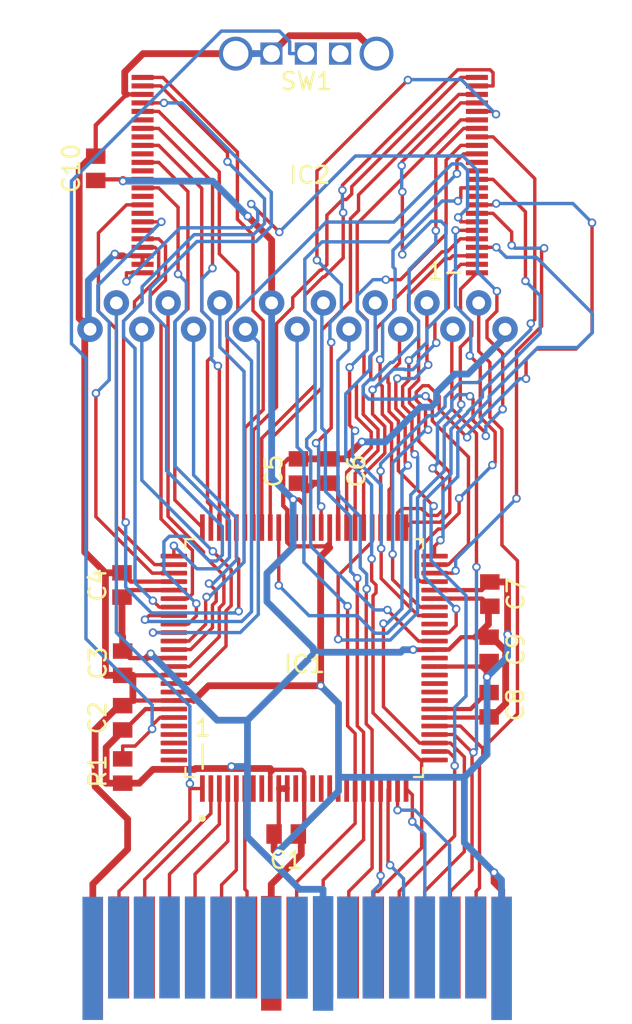
<source format=kicad_pcb>
(kicad_pcb (version 20211014) (generator pcbnew)
  (layers (0 "F.Cu" signal) (31 "B.Cu" signal) (34 "B.Paste" user) (35 "F.Paste" user) (36 "B.SilkS" user "B.Silkscreen") (37 "F.SilkS" user "F.Silkscreen") (38 "B.Mask" user) (39 "F.Mask" user) (44 "Edge.Cuts" user))
  (net 0 "")
  (net 1 "/GND")
  (net 2 "/Switch")
  (net 4 "/VCC")
  (net 5 "/CLK")
  (net 6 "/DS.Cart.Pin3")
  (net 7 "/DS.Cart.CS1")
  (net 8 "/DS.Cart.Reset")
  (net 9 "/DS.Cart.CS2")
  (net 10 "/DS.Cart.IRQ")
  (net 11 "/DS.D0")
  (net 12 "/DS.D1")
  (net 13 "/DS.D2")
  (net 14 "/DS.D3")
  (net 15 "/DS.D4")
  (net 16 "/DS.D5")
  (net 17 "/DS.D6")
  (net 18 "/DS.D7")
  (net 19 "/EXCELSEMI.A15")
  (net 20 "/EXCELSEMI.A14")
  (net 21 "/EXCELSEMI.A13")
  (net 22 "/EXCELSEMI.A12")
  (net 23 "/EXCELSEMI.A11")
  (net 24 "/EXCELSEMI.A10")
  (net 25 "/EXCELSEMI.A9")
  (net 26 "/EXCELSEMI.A8")
  (net 27 "/EXCELSEMI.A19")
  (net 29 "/EXCELSEMI.WE")
  (net 30 "/EXCELSEMI.RESET")
  (net 33 "/EXCELSEMI.RY-BY")
  (net 34 "/EXCELSEMI.A18")
  (net 35 "/EXCELSEMI.A17")
  (net 36 "/EXCELSEMI.A7")
  (net 37 "/EXCELSEMI.A6")
  (net 38 "/EXCELSEMI.A5")
  (net 39 "/EXCELSEMI.A4")
  (net 40 "/EXCELSEMI.A3")
  (net 41 "/EXCELSEMI.A2")
  (net 42 "/EXCELSEMI.A1")
  (net 43 "/EXCELSEMI.A0")
  (net 44 "/EXCELSEMI.CE")
  (net 45 "/EXCELSEMI.OE")
  (net 46 "/EXCELSEMI.DQ0")
  (net 48 "/EXCELSEMI.DQ1")
  (net 50 "/EXCELSEMI.DQ2")
  (net 52 "/EXCELSEMI.DQ3")
  (net 54 "/EXCELSEMI.DQ4")
  (net 56 "/EXCELSEMI.DQ5")
  (net 58 "/EXCELSEMI.DQ6")
  (net 60 "/EXCELSEMI.DQ7")
  (net 61 "/EXCELSEMI.A-1")
  (net 62 "/EXCELSEMI.A16")
  (net 63 "/DS.Edge.Pin3")
  (net 64 "/DS.Edge.CS1")
  (net 65 "/DS.Edge.Reset")
  (net 66 "/DS.Edge.CS2")
  (net 67 "/DS.Edge.IRQ")
  (net 76 "/TMS")
  (net 77 "/TDI")
  (net 78 "/TCK")
  (net 79 "/TDO")
  (footprint "GBA:SOP50P2000X120-48N" (layer "F.Cu") (at 146.982 79.825 180)
    (fp_text reference "IC2")
    (fp_text value "ES29LV160EB" hide)
  )
  (footprint "GBA:ACTEL FPGA" (layer "F.Cu") (at 146.915 108.1845)
    (fp_text reference "IC1")
    (fp_text value "EPM570T100")
  )
  (footprint "NDS Codebreaker:SMD Component" (layer "F.Cu") (at 157.563 104.488)
    (fp_text reference "C7")
    (fp_text value "C_Small")
  )
  (footprint "NDS Codebreaker:SMD Component" (layer "F.Cu") (at 148.152 97.242)
    (fp_text reference "C6")
    (fp_text value "C_Small")
  )
  (footprint "NDS Codebreaker:SMD Component" (layer "F.Cu") (at 135.931 114.902)
    (fp_text reference "R1")
    (fp_text value "R_Small_US")
  )
  (footprint "NDS Codebreaker:SMD Component" (layer "F.Cu") (at 157.519 110.999)
    (fp_text reference "C8")
    (fp_text value "C_Small")
  )
  (footprint "NDS Codebreaker:SMD Component" (layer "F.Cu") (at 135.891 103.95)
    (fp_text reference "C4")
    (fp_text value "C_Small")
  )
  (footprint "NDS Codebreaker:SMD Component" (layer "F.Cu") (at 145.594 118.579 -90)
    (fp_text reference "C1")
    (fp_text value "C_Small")
  )
  (footprint "MountingHole:MountingHole_2.2mm_M2" (layer "F.Cu") (at 162.19 88.555)
    (fp_text reference "Hole2" hide)
    (fp_text value "MountingHole_2.2mm_M2")
  )
  (footprint "NDS Codebreaker:SMD Component" (layer "F.Cu") (at 135.929 108.554)
    (fp_text reference "C3")
    (fp_text value "C_Small")
  )
  (footprint "DSi Action Replay:Edge Connector" (layer "F.Cu") (at 146.236 125.233)
    (fp_text reference "J1" hide)
    (fp_text value "NDS_Front_Edge_Connector")
  )
  (footprint "NDS Codebreaker:SMD Component" (layer "F.Cu") (at 157.52 107.74)
    (fp_text reference "C9")
    (fp_text value "C_Small")
  )
  (footprint "NDS Codebreaker:SMD Component" (layer "F.Cu") (at 134.342 79.425)
    (fp_text reference "C10")
    (fp_text value "C_Small")
  )
  (footprint "NDS Codebreaker:SMD Component" (layer "F.Cu") (at 146.286 97.242)
    (fp_text reference "C5")
    (fp_text value "C_Small")
  )
  (footprint "NDS Codebreaker:Cart Connector" (layer "F.Cu") (at 146.262 87.348)
    (fp_text reference "J2" hide)
    (fp_text value "NDS_Cart_Slot")
  )
  (footprint "NDS Codebreaker:Slide Switch" (layer "F.Cu") (at 146.745 72.638)
    (fp_text reference "SW1")
    (fp_text value "SW_SPDT")
  )
  (footprint "NDS Codebreaker:SMD Component" (layer "F.Cu") (at 135.928 111.769)
    (fp_text reference "C2")
    (fp_text value "C_Small")
  )
  (footprint "MountingHole:MountingHole_2.2mm_M2" (layer "F.Cu") (at 131.318 88.476)
    (fp_text reference "Hole1" hide)
    (fp_text value "MountingHole_2.2mm_M2")
  )
  (footprint "DSi Action Replay:Edge Connector" (layer "B.Cu") (at 146.244 125.24 180)
    (fp_text reference "J3" hide)
    (fp_text value "Rear_Side_JTAG_Edge_Connector")
  )
  (gr_line (start 165.9858 90.37175) (end 160.4858 90.37175) (layer "Edge.Cuts") (width 0.002))
  (gr_arc (start 162.895708 70.62175) (mid 165.123201 71.495978) (end 165.9858 73.728) (layer "Edge.Cuts") (width 0.002))
  (gr_arc (start 128.7358 73.724022) (mid 129.601438 71.492843) (end 131.830493 70.62175) (layer "Edge.Cuts") (width 0.002))
  (gr_line (start 132.8858 119.79175) (end 132.8858 129.79175) (layer "Edge.Cuts") (width 0.002))
  (gr_arc (start 158.64 119.79175) (mid 157.401942 118.54175) (end 158.64 117.29175) (layer "Edge.Cuts") (width 0.002))
  (gr_line (start 128.7358 78.846) (end 128.7358 73.724022) (layer "Edge.Cuts") (width 0.002))
  (gr_arc (start 134.537 117.29175) (mid 135.783732 118.54175) (end 134.537 119.79175) (layer "Edge.Cuts") (width 0.002))
  (gr_arc (start 164.671 82.257) (mid 162.96627 80.5715) (end 164.671 78.886) (layer "Edge.Cuts") (width 0.002))
  (gr_line (start 130.154 78.846) (end 128.7358 78.846) (layer "Edge.Cuts") (width 0.002))
  (gr_line (start 131.830493 70.62175) (end 162.895708 70.62175) (layer "Edge.Cuts") (width 0.002))
  (gr_line (start 160.4858 90.37175) (end 160.4858 117.29175) (layer "Edge.Cuts") (width 0.002))
  (gr_line (start 134.537 119.79175) (end 132.8858 119.79175) (layer "Edge.Cuts") (width 0.002))
  (gr_line (start 132.8858 90.37175) (end 128.7358 90.37175) (layer "Edge.Cuts") (width 0.002))
  (gr_line (start 134.537 117.29175) (end 132.8858 117.29175) (layer "Edge.Cuts") (width 0.002))
  (gr_line (start 132.8858 90.37175) (end 132.8858 117.29175) (layer "Edge.Cuts") (width 0.002))
  (gr_line (start 160.4858 129.79175) (end 132.8858 129.79175) (layer "Edge.Cuts") (width 0.002))
  (gr_line (start 160.4858 117.29175) (end 158.64 117.29175) (layer "Edge.Cuts") (width 0.002))
  (gr_line (start 128.7358 82.217) (end 130.154 82.217) (layer "Edge.Cuts") (width 0.002))
  (gr_line (start 128.7358 90.37175) (end 128.7358 82.217) (layer "Edge.Cuts") (width 0.002))
  (gr_line (start 160.4858 119.79175) (end 160.4858 129.79175) (layer "Edge.Cuts") (width 0.002))
  (gr_line (start 165.9858 78.886) (end 164.671 78.886) (layer "Edge.Cuts") (width 0.002))
  (gr_line (start 165.9858 73.728) (end 165.9858 78.886) (layer "Edge.Cuts") (width 0.002))
  (gr_line (start 164.671 82.257) (end 165.9858 82.257) (layer "Edge.Cuts") (width 0.002))
  (gr_line (start 160.4858 119.79175) (end 158.64 119.79175) (layer "Edge.Cuts") (width 0.002))
  (gr_line (start 165.9858 82.257) (end 165.9858 90.37175) (layer "Edge.Cuts") (width 0.002))
  (gr_arc (start 130.154 78.846) (mid 131.861708 80.5315) (end 130.154 82.217) (layer "Edge.Cuts") (width 0.002))
  (gr_text "1\n|" (at 140.672 113.16) (layer "F.SilkS") (effects (font (size 1 1))))
  (gr_text "1-" (at 154.998 85.492) (layer "F.SilkS") (effects (font (size 1 1))))
  (segment (start 145.656 100.5715) (end 145.656 99.5249) (width 0.25) (layer "F.Cu") (net 1))
  (segment (start 157.592 103.772) (end 158.5671 103.772) (width 0.4) (layer "F.Cu") (net 1))
  (segment (start 136.1075 110.9025) (end 135.892 110.9025) (width 0.4) (layer "F.Cu") (net 1))
  (segment (start 156.46 111.252) (end 157.428 110.283) (width 0.25) (layer "F.Cu") (net 1))
  (segment (start 134.1441 78.709) (end 133.3968 79.4563) (width 0.4) (layer "F.Cu") (net 1))
  (segment (start 135.984 84.575) (end 137.132 84.575) (width 0.25) (layer "F.Cu") (net 1))
  (segment (start 145.6157 115.9315) (end 145.656 115.9315) (width 0.2798) (layer "F.Cu") (net 1))
  (segment (start 154.3365 104.252) (end 157.112 104.252) (width 0.25) (layer "F.Cu") (net 1))
  (segment (start 133.3968 88.2568) (end 134.038 88.898) (width 0.4) (layer "F.Cu") (net 1))
  (segment (start 144.88 119.5841) (end 145.0563 119.5841) (width 0.4) (layer "F.Cu") (net 1))
  (segment (start 157.8402 121.4441) (end 157.8402 120.8712) (width 0.4) (layer "F.Cu") (net 1))
  (segment (start 138.976 103.752) (end 138.9755 103.752) (width 0.25) (layer "F.Cu") (net 1))
  (segment (start 144.724 72.671) (end 145.7742 71.6208) (width 0.4) (layer "F.Cu") (net 1))
  (segment (start 145.281 115.932) (end 145.2805 115.9315) (width 0.4) (layer "F.Cu") (net 1))
  (segment (start 145.2805 115.9315) (end 145.1963 115.9315) (width 0.4) (layer "F.Cu") (net 1))
  (segment (start 134.371 76.887) (end 134.371 78.709) (width 0.25) (layer "F.Cu") (net 1))
  (segment (start 154.3365 108.752) (end 157.1742 108.752) (width 0.25) (layer "F.Cu") (net 1))
  (segment (start 148.156 100.572) (end 148.156 100.5715) (width 0.2798) (layer "F.Cu") (net 1))
  (segment (start 158.5671 103.772) (end 158.6377 103.8426) (width 0.4) (layer "F.Cu") (net 1))
  (segment (start 145.709 96.526) (end 146.315 96.526) (width 0.25) (layer "F.Cu") (net 1))
  (segment (start 137.1593 72.675) (end 136.0818 73.7525) (width 0.4) (layer "F.Cu") (net 1))
  (segment (start 149.1561 96.526) (end 149.1561 96.4207) (width 0.4) (layer "F.Cu") (net 1))
  (segment (start 145.156 118.333) (end 144.88 118.609) (width 0.25) (layer "F.Cu") (net 1))
  (segment (start 145.656 99.5249) (end 145.416 99.2854) (width 0.25) (layer "F.Cu") (net 1))
  (segment (start 147.6243 102.2835) (end 147.6243 109.88) (width 0.4) (layer "F.Cu") (net 1))
  (segment (start 145.156 115.932) (end 145.156 118.333) (width 0.25) (layer "F.Cu") (net 1))
  (segment (start 142.62 72.675) (end 137.1593 72.675) (width 0.4) (layer "F.Cu") (net 1))
  (segment (start 135.959 109.268) (end 134.9839 109.268) (width 0.4) (layer "F.Cu") (net 1))
  (segment (start 154.3365 111.252) (end 154.336 111.2515) (width 0.2802) (layer "F.Cu") (net 1))
  (segment (start 136.6024 110.752) (end 136.5623 110.7119) (width 0.4) (layer "F.Cu") (net 1))
  (segment (start 138.9755 103.752) (end 138.976 103.7515) (width 0.2802) (layer "F.Cu") (net 1))
  (segment (start 145.416 96.8185) (end 145.709 96.526) (width 0.25) (layer "F.Cu") (net 1))
  (segment (start 138.976 110.752) (end 138.9755 110.752) (width 0.25) (layer "F.Cu") (net 1))
  (segment (start 145.469 115.9315) (end 145.6157 115.9315) (width 0.4) (layer "F.Cu") (net 1))
  (segment (start 157.1742 108.752) (end 157.428 109.0058) (width 0.4) (layer "F.Cu") (net 1))
  (segment (start 149.1561 96.4207) (end 150.0531 95.5237) (width 0.4) (layer "F.Cu") (net 1))
  (segment (start 154.3365 104.252) (end 154.336 104.2515) (width 0.2802) (layer "F.Cu") (net 1))
  (segment (start 147.924 101.676) (end 145.888 101.676) (width 0.25) (layer "F.Cu") (net 1))
  (segment (start 134.9449 103.234) (end 134.9449 109.229) (width 0.4) (layer "F.Cu") (net 1))
  (segment (start 138.96 109.268) (end 136.5623 109.268) (width 0.25) (layer "F.Cu") (net 1))
  (segment (start 148.156 101.444) (end 147.924 101.676) (width 0.25) (layer "F.Cu") (net 1))
  (segment (start 144.88 118.609) (end 144.88 119.5841) (width 0.4) (layer "F.Cu") (net 1))
  (segment (start 138.976 109.252) (end 138.976 109.2515) (width 0.2802) (layer "F.Cu") (net 1))
  (segment (start 134.3343 115.8134) (end 136.2508 117.7299) (width 0.4) (layer "F.Cu") (net 1))
  (segment (start 145.1963 115.9315) (end 145.156 115.9315) (width 0.2798) (layer "F.Cu") (net 1))
  (segment (start 145.7742 71.6208) (end 149.8617 71.6208) (width 0.4) (layer "F.Cu") (net 1))
  (segment (start 134.371 78.709) (end 134.251 78.709) (width 0.25) (layer "F.Cu") (net 1))
  (segment (start 136.438 103.752) (end 135.92 103.234) (width 0.25) (layer "F.Cu") (net 1))
  (segment (start 149.8617 71.6208) (end 150.9151 72.6742) (width 0.4) (layer "F.Cu") (net 1))
  (segment (start 157.252 108.752) (end 157.55 108.454) (width 0.25) (layer "F.Cu") (net 1))
  (segment (start 134.251 78.709) (end 134.1441 78.709) (width 0.4) (layer "F.Cu") (net 1))
  (segment (start 135.892 110.9025) (end 134.3343 112.4602) (width 0.4) (layer "F.Cu") (net 1))
  (segment (start 148.156 101.7518) (end 147.6243 102.2835) (width 0.4) (layer "F.Cu") (net 1))
  (segment (start 148.156 101.7518) (end 148.156 101.444) (width 0.2798) (layer "F.Cu") (net 1))
  (segment (start 136.2508 117.7299) (end 136.2508 119.501) (width 0.4) (layer "F.Cu") (net 1))
  (segment (start 154.336 111.252) (end 154.3365 111.252) (width 0.25) (layer "F.Cu") (net 1))
  (segment (start 138.9755 110.752) (end 138.976 110.7515) (width 0.2802) (layer "F.Cu") (net 1))
  (segment (start 145.4685 115.932) (end 145.281 115.932) (width 0.25) (layer "F.Cu") (net 1))
  (segment (start 138.9755 103.752) (end 136.438 103.752) (width 0.25) (layer "F.Cu") (net 1))
  (segment (start 133.3968 79.4563) (end 133.3968 88.2568) (width 0.4) (layer "F.Cu") (net 1))
  (segment (start 136.2508 119.501) (end 134.202 121.5498) (width 0.4) (layer "F.Cu") (net 1))
  (segment (start 145.656 115.932) (end 145.4685 115.932) (width 0.25) (layer "F.Cu") (net 1))
  (segment (start 157.428 109.3685) (end 157.428 110.283) (width 0.4) (layer "F.Cu") (net 1))
  (segment (start 145.4685 115.932) (end 145.469 115.9315) (width 0.4) (layer "F.Cu") (net 1))
  (segment (start 154.336 108.752) (end 154.3365 108.752) (width 0.25) (layer "F.Cu") (net 1))
  (segment (start 158.291 125.92) (end 158.291 121.8949) (width 0.4) (layer "F.Cu") (net 1))
  (segment (start 148.156 100.572) (end 148.156 101.444) (width 0.25) (layer "F.Cu") (net 1))
  (segment (start 158.6377 103.8426) (end 158.6377 106.8579) (width 0.4) (layer "F.Cu") (net 1))
  (segment (start 138.976 109.252) (end 138.96 109.268) (width 0.25) (layer "F.Cu") (net 1))
  (segment (start 136.1075 110.9025) (end 135.957 111.053) (width 0.25) (layer "F.Cu") (net 1))
  (segment (start 137.132 85.075) (end 137.132 84.575) (width 0.25) (layer "F.Cu") (net 1))
  (segment (start 148.6686 96.526) (end 148.181 96.526) (width 0.4) (layer "F.Cu") (net 1))
  (segment (start 136.6024 110.752) (end 136.258 110.752) (width 0.25) (layer "F.Cu") (net 1))
  (segment (start 157.1742 108.752) (end 157.252 108.752) (width 0.25) (layer "F.Cu") (net 1))
  (segment (start 138.9806 110.7469) (end 138.976 110.7515) (width 0.2802) (layer "F.Cu") (net 1))
  (segment (start 138.9755 110.752) (end 136.6024 110.752) (width 0.25) (layer "F.Cu") (net 1))
  (segment (start 157.428 110.283) (end 157.548 110.283) (width 0.25) (layer "F.Cu") (net 1))
  (segment (start 145.281 115.932) (end 145.156 115.932) (width 0.25) (layer "F.Cu") (net 1))
  (segment (start 154.336 104.252) (end 154.3365 104.252) (width 0.25) (layer "F.Cu") (net 1))
  (segment (start 135.6075 84.575) (end 135.984 84.575) (width 0.4) (layer "F.Cu") (net 1))
  (segment (start 136.0818 73.7525) (end 136.0818 74.9738) (width 0.4) (layer "F.Cu") (net 1))
  (segment (start 145.656 101.444) (end 145.656 100.5715) (width 0.25) (layer "F.Cu") (net 1))
  (segment (start 157.112 104.252) (end 157.592 103.772) (width 0.25) (layer "F.Cu") (net 1))
  (segment (start 148.6686 96.526) (end 149.1561 96.526) (width 0.4) (layer "F.Cu") (net 1))
  (segment (start 137.132 75.075) (end 136.183 75.075) (width 0.25) (layer "F.Cu") (net 1))
  (segment (start 157.428 109.0058) (end 157.428 109.3685) (width 0.4) (layer "F.Cu") (net 1))
  (segment (start 154.3365 108.752) (end 154.336 108.7515) (width 0.2802) (layer "F.Cu") (net 1))
  (segment (start 140.1565 110.7469) (end 138.9806 110.7469) (width 0.2802) (layer "F.Cu") (net 1))
  (segment (start 135.92 103.234) (end 134.9449 103.234) (width 0.4) (layer "F.Cu") (net 1))
  (segment (start 136.5623 110.7119) (end 136.5623 109.268) (width 0.4) (layer "F.Cu") (net 1))
  (segment (start 133.726 102.0151) (end 134.9449 103.234) (width 0.4) (layer "F.Cu") (net 1))
  (segment (start 136.0818 74.9738) (end 136.183 75.075) (width 0.4) (layer "F.Cu") (net 1))
  (segment (start 141.0234 109.88) (end 140.1565 110.7469) (width 0.4) (layer "F.Cu") (net 1))
  (segment (start 145.888 101.676) (end 145.656 101.444) (width 0.25) (layer "F.Cu") (net 1))
  (segment (start 136.5623 109.268) (end 135.959 109.268) (width 0.25) (layer "F.Cu") (net 1))
  (segment (start 134.038 88.898) (end 133.726 89.21) (width 0.4) (layer "F.Cu") (net 1))
  (segment (start 136.258 110.752) (end 136.1075 110.9025) (width 0.25) (layer "F.Cu") (net 1))
  (segment (start 145.416 99.2854) (end 145.416 96.8185) (width 0.25) (layer "F.Cu") (net 1))
  (segment (start 135.4965 84.464) (end 135.6075 84.575) (width 0.4) (layer "F.Cu") (net 1))
  (segment (start 134.202 121.5498) (end 134.202 125.926) (width 0.4) (layer "F.Cu") (net 1))
  (segment (start 146.315 96.526) (end 148.181 96.526) (width 0.4) (layer "F.Cu") (net 1))
  (segment (start 134.3343 112.4602) (end 134.3343 115.8134) (width 0.4) (layer "F.Cu") (net 1))
  (segment (start 134.9449 109.229) (end 134.9839 109.268) (width 0.4) (layer "F.Cu") (net 1))
  (segment (start 145.0563 119.5841) (end 145.117 119.6448) (width 0.4) (layer "F.Cu") (net 1))
  (segment (start 133.726 89.21) (end 133.726 102.0151) (width 0.4) (layer "F.Cu") (net 1))
  (segment (start 147.6243 109.88) (end 141.0234 109.88) (width 0.4) (layer "F.Cu") (net 1))
  (segment (start 154.3365 111.252) (end 156.46 111.252) (width 0.25) (layer "F.Cu") (net 1))
  (segment (start 136.183 75.075) (end 134.371 76.887) (width 0.25) (layer "F.Cu") (net 1))
  (segment (start 158.291 121.8949) (end 157.8402 121.4441) (width 0.4) (layer "F.Cu") (net 1))
  (via (at 135.4965 84.464) (size 0.5) (drill 0.3) (layers "F.Cu" "B.Cu") (net 1))
  (via (at 150.0531 95.5237) (size 0.5) (drill 0.3) (layers "F.Cu" "B.Cu") (net 1))
  (via (at 157.428 109.3685) (size 0.5) (drill 0.3) (layers "F.Cu" "B.Cu") (net 1))
  (via (at 157.8402 120.8712) (size 0.5) (drill 0.3) (layers "F.Cu" "B.Cu") (net 1))
  (via (at 147.6243 109.88) (size 0.5) (drill 0.3) (layers "F.Cu" "B.Cu") (net 1))
  (via (at 158.6377 106.8579) (size 0.5) (drill 0.3) (layers "F.Cu" "B.Cu") (net 1))
  (via (at 145.117 119.6448) (size 0.5) (drill 0.3) (layers "F.Cu" "B.Cu") (net 1))
  (segment (start 147.6243 109.88) (end 148.6762 110.9319) (width 0.4) (layer "B.Cu") (net 1))
  (segment (start 158.6377 108.1588) (end 158.6377 106.8579) (width 0.4) (layer "B.Cu") (net 1))
  (segment (start 156.0918 115.2677) (end 148.6762 115.2677) (width 0.4) (layer "B.Cu") (net 1))
  (segment (start 148.6762 116.0856) (end 145.117 119.6448) (width 0.4) (layer "B.Cu") (net 1))
  (segment (start 154.1243 93.4833) (end 153.4962 93.4833) (width 0.4) (layer "B.Cu") (net 1))
  (segment (start 158.278 121.309) (end 158.278 125.933) (width 0.4) (layer "B.Cu") (net 1))
  (segment (start 133.938 88.798) (end 133.938 86.0225) (width 0.4) (layer "B.Cu") (net 1))
  (segment (start 156.0918 115.2677) (end 157.428 113.9315) (width 0.4) (layer "B.Cu") (net 1))
  (segment (start 154.4554 92.6122) (end 154.4554 93.1522) (width 0.4) (layer "B.Cu") (net 1))
  (segment (start 156.299 91.5343) (end 155.5333 91.5343) (width 0.4) (layer "B.Cu") (net 1))
  (segment (start 157.428 109.3685) (end 158.6377 108.1588) (width 0.4) (layer "B.Cu") (net 1))
  (segment (start 157.428 113.9315) (end 157.428 109.3685) (width 0.4) (layer "B.Cu") (net 1))
  (segment (start 154.4554 93.1522) (end 154.1243 93.4833) (width 0.4) (layer "B.Cu") (net 1))
  (segment (start 156.0918 119.1228) (end 157.8402 120.8712) (width 0.4) (layer "B.Cu") (net 1))
  (segment (start 156.0918 115.2677) (end 156.0918 119.1228) (width 0.4) (layer "B.Cu") (net 1))
  (segment (start 158.49 89.3433) (end 156.299 91.5343) (width 0.4) (layer "B.Cu") (net 1))
  (segment (start 134.038 88.898) (end 133.938 88.798) (width 0.4) (layer "B.Cu") (net 1))
  (segment (start 143.6699 72.675) (end 143.6739 72.671) (width 0.4) (layer "B.Cu") (net 1))
  (segment (start 153.4962 93.4833) (end 151.4558 95.5237) (width 0.4) (layer "B.Cu") (net 1))
  (segment (start 155.5333 91.5343) (end 154.4554 92.6122) (width 0.4) (layer "B.Cu") (net 1))
  (segment (start 142.62 72.675) (end 143.6699 72.675) (width 0.4) (layer "B.Cu") (net 1))
  (segment (start 148.6762 115.2677) (end 148.6762 116.0856) (width 0.4) (layer "B.Cu") (net 1))
  (segment (start 151.4558 95.5237) (end 150.0531 95.5237) (width 0.4) (layer "B.Cu") (net 1))
  (segment (start 148.6762 110.9319) (end 148.6762 115.2677) (width 0.4) (layer "B.Cu") (net 1))
  (segment (start 158.49 88.898) (end 158.49 89.3433) (width 0.4) (layer "B.Cu") (net 1))
  (segment (start 144.724 72.671) (end 143.6739 72.671) (width 0.4) (layer "B.Cu") (net 1))
  (segment (start 133.938 86.0225) (end 135.4965 84.464) (width 0.4) (layer "B.Cu") (net 1))
  (segment (start 157.8402 120.8712) (end 158.278 121.309) (width 0.4) (layer "B.Cu") (net 1))
  (segment (start 136.6902 113.4309) (end 137.6963 112.4248) (width 0.2) (layer "F.Cu") (net 2))
  (segment (start 137.6963 112.2113) (end 137.6963 112.4248) (width 0.2) (layer "F.Cu") (net 2))
  (segment (start 138.1561 111.7515) (end 137.6963 112.2113) (width 0.2) (layer "F.Cu") (net 2))
  (segment (start 135.96 113.4309) (end 136.6902 113.4309) (width 0.2) (layer "F.Cu") (net 2))
  (segment (start 135.96 114.186) (end 135.96 113.4309) (width 0.2) (layer "F.Cu") (net 2))
  (segment (start 138.976 111.7515) (end 138.1561 111.7515) (width 0.2) (layer "F.Cu") (net 2))
  (via (at 137.6963 112.4248) (size 0.5) (drill 0.3) (layers "F.Cu" "B.Cu") (net 2))
  (segment (start 141.7705 71.348) (end 132.9392 80.1793) (width 0.2) (layer "B.Cu") (net 2))
  (segment (start 132.9392 89.7394) (end 133.7963 90.5965) (width 0.2) (layer "B.Cu") (net 2))
  (segment (start 137.6962 112.4248) (end 137.6963 112.4248) (width 0.2) (layer "B.Cu") (net 2))
  (segment (start 145.1895 71.348) (end 141.7705 71.348) (width 0.2) (layer "B.Cu") (net 2))
  (segment (start 132.9392 80.1793) (end 132.9392 89.7394) (width 0.2) (layer "B.Cu") (net 2))
  (segment (start 145.7999 72.671) (end 145.7999 71.9584) (width 0.2) (layer "B.Cu") (net 2))
  (segment (start 137.6962 111.0166) (end 137.6962 112.4248) (width 0.2) (layer "B.Cu") (net 2))
  (segment (start 133.7963 90.5965) (end 133.7963 107.1167) (width 0.2) (layer "B.Cu") (net 2))
  (segment (start 145.7999 71.9584) (end 145.1895 71.348) (width 0.2) (layer "B.Cu") (net 2))
  (segment (start 133.7963 107.1167) (end 137.6962 111.0166) (width 0.2) (layer "B.Cu") (net 2))
  (segment (start 146.75 72.671) (end 145.7999 72.671) (width 0.2) (layer "B.Cu") (net 2))
  (segment (start 146.656 118.262) (end 146.483 118.435) (width 0.25) (layer "F.Cu") (net 4))
  (segment (start 134.436 80.075) (end 134.372 80.139) (width 0.25) (layer "F.Cu") (net 4))
  (segment (start 157.509 105.296) (end 157.549 105.256) (width 0.25) (layer "F.Cu") (net 4))
  (segment (start 142.3679 114.6343) (end 142.3679 114.7512) (width 0.4) (layer "F.Cu") (net 4))
  (segment (start 154.3365 104.752) (end 154.336 104.7515) (width 0.2802) (layer "F.Cu") (net 4))
  (segment (start 157.593 105.212) (end 157.593 105.202) (width 0.4) (layer "F.Cu") (net 4))
  (segment (start 144.656 115.9315) (end 144.656 115.059) (width 0.25) (layer "F.Cu") (net 4))
  (segment (start 146.656 114.966) (end 146.656 115.9315) (width 0.25) (layer "F.Cu") (net 4))
  (segment (start 135.9738 80.075) (end 134.436 80.075) (width 0.25) (layer "F.Cu") (net 4))
  (segment (start 155.182 107.752) (end 155.91 107.024) (width 0.25) (layer "F.Cu") (net 4))
  (segment (start 144.888 114.827) (end 146.517 114.827) (width 0.25) (layer "F.Cu") (net 4))
  (segment (start 144.714 121.5688) (end 144.714 125.63) (width 0.4) (layer "F.Cu") (net 4))
  (segment (start 138.9755 111.252) (end 138.976 111.2515) (width 0.2802) (layer "F.Cu") (net 4))
  (segment (start 144.656 114.7512) (end 144.656 115.059) (width 0.2798) (layer "F.Cu") (net 4))
  (segment (start 154.336 104.752) (end 154.3365 104.752) (width 0.25) (layer "F.Cu") (net 4))
  (segment (start 138.976 104.252) (end 138.9755 104.252) (width 0.25) (layer "F.Cu") (net 4))
  (segment (start 154.336 107.752) (end 154.3365 107.752) (width 0.25) (layer "F.Cu") (net 4))
  (segment (start 157.7209 107.024) (end 157.549 107.024) (width 0.4) (layer "F.Cu") (net 4))
  (segment (start 142.3679 114.7512) (end 144.656 114.7512) (width 0.4) (layer "F.Cu") (net 4))
  (segment (start 137.6123 107.9966) (end 137.3569 108.252) (width 0.4) (layer "F.Cu") (net 4))
  (segment (start 134.9848 115.6149) (end 134.9859 115.616) (width 0.4) (layer "F.Cu") (net 4))
  (segment (start 138.9755 108.252) (end 138.976 108.2515) (width 0.2802) (layer "F.Cu") (net 4))
  (segment (start 136.072 112.483) (end 136.0151 112.483) (width 0.25) (layer "F.Cu") (net 4))
  (segment (start 146.483 118.435) (end 146.483 119.7998) (width 0.4) (layer "F.Cu") (net 4))
  (segment (start 146.656 100.5715) (end 146.656 99.2235) (width 0.25) (layer "F.Cu") (net 4))
  (segment (start 144.737 83.6537) (end 143.328 82.2447) (width 0.4) (layer "F.Cu") (net 4))
  (segment (start 136.0151 112.483) (end 134.9848 113.5133) (width 0.4) (layer "F.Cu") (net 4))
  (segment (start 148.656 98.43) (end 148.182 97.956) (width 0.25) (layer "F.Cu") (net 4))
  (segment (start 135.623 115.616) (end 134.9859 115.616) (width 0.4) (layer "F.Cu") (net 4))
  (segment (start 137.132 80.075) (end 135.9738 80.075) (width 0.25) (layer "F.Cu") (net 4))
  (segment (start 140.1952 114.8051) (end 140.2491 114.7512) (width 0.4) (layer "F.Cu") (net 4))
  (segment (start 146.656 99.2235) (end 146.3534 98.9209) (width 0.25) (layer "F.Cu") (net 4))
  (segment (start 146.483 119.7998) (end 144.714 121.5688) (width 0.4) (layer "F.Cu") (net 4))
  (segment (start 136.372 108.252) (end 135.958 107.838) (width 0.25) (layer "F.Cu") (net 4))
  (segment (start 153.0722 107.7597) (end 153.1555 107.7597) (width 0.4) (layer "F.Cu") (net 4))
  (segment (start 138.976 108.252) (end 138.9755 108.252) (width 0.25) (layer "F.Cu") (net 4))
  (segment (start 146.656 98.296) (end 146.316 97.956) (width 0.25) (layer "F.Cu") (net 4))
  (segment (start 146.517 114.827) (end 146.656 114.966) (width 0.25) (layer "F.Cu") (net 4))
  (segment (start 135.9738 80.075) (end 135.9738 80.1797) (width 0.4) (layer "F.Cu") (net 4))
  (segment (start 138.9755 108.252) (end 137.3569 108.252) (width 0.25) (layer "F.Cu") (net 4))
  (segment (start 137.303 111.252) (end 136.072 112.483) (width 0.25) (layer "F.Cu") (net 4))
  (segment (start 135.961 115.616) (end 136.9361 115.616) (width 0.4) (layer "F.Cu") (net 4))
  (segment (start 158.5252 110.9321) (end 158.5252 107.8283) (width 0.4) (layer "F.Cu") (net 4))
  (segment (start 138.9755 104.252) (end 136.334 104.252) (width 0.25) (layer "F.Cu") (net 4))
  (segment (start 148.182 97.956) (end 147.2069 97.956) (width 0.4) (layer "F.Cu") (net 4))
  (segment (start 157.549 111.713) (end 157.7443 111.713) (width 0.4) (layer "F.Cu") (net 4))
  (segment (start 157.51 111.752) (end 157.549 111.713) (width 0.25) (layer "F.Cu") (net 4))
  (segment (start 138.9755 111.252) (end 137.303 111.252) (width 0.25) (layer "F.Cu") (net 4))
  (segment (start 157.549 105.256) (end 157.593 105.212) (width 0.4) (layer "F.Cu") (net 4))
  (segment (start 155.91 107.024) (end 156.7535 107.024) (width 0.25) (layer "F.Cu") (net 4))
  (segment (start 138.9755 104.252) (end 138.976 104.2515) (width 0.2802) (layer "F.Cu") (net 4))
  (segment (start 148.656 100.5715) (end 148.656 98.43) (width 0.25) (layer "F.Cu") (net 4))
  (segment (start 154.336 111.752) (end 154.3365 111.752) (width 0.25) (layer "F.Cu") (net 4))
  (segment (start 144.737 87.348) (end 144.737 83.6537) (width 0.4) (layer "F.Cu") (net 4))
  (segment (start 146.809 98.3539) (end 147.2069 97.956) (width 0.4) (layer "F.Cu") (net 4))
  (segment (start 157.142 104.752) (end 157.593 105.202) (width 0.25) (layer "F.Cu") (net 4))
  (segment (start 156.7535 107.024) (end 157.509 106.2685) (width 0.4) (layer "F.Cu") (net 4))
  (segment (start 154.3365 107.752) (end 154.336 107.7515) (width 0.2802) (layer "F.Cu") (net 4))
  (segment (start 135.623 115.616) (end 135.961 115.616) (width 0.4) (layer "F.Cu") (net 4))
  (segment (start 144.656 115.059) (end 144.888 114.827) (width 0.25) (layer "F.Cu") (net 4))
  (segment (start 135.958 106.9829) (end 135.921 106.9459) (width 0.4) (layer "F.Cu") (net 4))
  (segment (start 157.7443 111.713) (end 158.5252 110.9321) (width 0.4) (layer "F.Cu") (net 4))
  (segment (start 136.9361 115.616) (end 137.747 114.8051) (width 0.4) (layer "F.Cu") (net 4))
  (segment (start 146.3534 98.9209) (end 146.0013 98.9209) (width 0.25) (layer "F.Cu") (net 4))
  (segment (start 138.976 111.252) (end 138.9755 111.252) (width 0.25) (layer "F.Cu") (net 4))
  (segment (start 135.921 106.9459) (end 135.921 104.664) (width 0.4) (layer "F.Cu") (net 4))
  (segment (start 140.2491 114.7512) (end 142.3679 114.7512) (width 0.4) (layer "F.Cu") (net 4))
  (segment (start 154.3278 107.7597) (end 154.336 107.7515) (width 0.2802) (layer "F.Cu") (net 4))
  (segment (start 154.3365 111.752) (end 157.51 111.752) (width 0.25) (layer "F.Cu") (net 4))
  (segment (start 137.747 114.8051) (end 140.1952 114.8051) (width 0.4) (layer "F.Cu") (net 4))
  (segment (start 146.656 98.3539) (end 146.809 98.3539) (width 0.4) (layer "F.Cu") (net 4))
  (segment (start 158.5252 107.8283) (end 157.7209 107.024) (width 0.4) (layer "F.Cu") (net 4))
  (segment (start 153.1555 107.7597) (end 154.3278 107.7597) (width 0.2802) (layer "F.Cu") (net 4))
  (segment (start 156.7535 107.024) (end 157.549 107.024) (width 0.25) (layer "F.Cu") (net 4))
  (segment (start 154.3365 111.752) (end 154.336 111.7515) (width 0.2802) (layer "F.Cu") (net 4))
  (segment (start 136.334 104.252) (end 135.921 104.664) (width 0.25) (layer "F.Cu") (net 4))
  (segment (start 134.9848 113.5133) (end 134.9848 115.6149) (width 0.4) (layer "F.Cu") (net 4))
  (segment (start 157.509 106.2685) (end 157.509 105.296) (width 0.4) (layer "F.Cu") (net 4))
  (segment (start 154.3365 104.752) (end 157.142 104.752) (width 0.25) (layer "F.Cu") (net 4))
  (segment (start 146.656 98.3539) (end 146.656 98.296) (width 0.25) (layer "F.Cu") (net 4))
  (segment (start 146.656 115.9315) (end 146.656 118.262) (width 0.25) (layer "F.Cu") (net 4))
  (segment (start 136.0151 112.483) (end 135.958 112.483) (width 0.25) (layer "F.Cu") (net 4))
  (segment (start 154.3365 107.752) (end 155.182 107.752) (width 0.25) (layer "F.Cu") (net 4))
  (segment (start 146.656 99.2235) (end 146.656 98.3539) (width 0.25) (layer "F.Cu") (net 4))
  (segment (start 146.483 118.435) (end 146.31 118.608) (width 0.25) (layer "F.Cu") (net 4))
  (segment (start 137.3569 108.252) (end 136.372 108.252) (width 0.25) (layer "F.Cu") (net 4))
  (segment (start 135.958 107.838) (end 135.958 106.9829) (width 0.4) (layer "F.Cu") (net 4))
  (via (at 142.3679 114.6343) (size 0.5) (drill 0.3) (layers "F.Cu" "B.Cu") (net 4))
  (via (at 143.328 82.2447) (size 0.5) (drill 0.3) (layers "F.Cu" "B.Cu") (net 4))
  (via (at 137.6123 107.9966) (size 0.5) (drill 0.3) (layers "F.Cu" "B.Cu") (net 4))
  (via (at 153.0722 107.7597) (size 0.5) (drill 0.3) (layers "F.Cu" "B.Cu") (net 4))
  (via (at 135.9738 80.1797) (size 0.5) (drill 0.3) (layers "F.Cu" "B.Cu") (net 4))
  (via (at 146.0013 98.9209) (size 0.5) (drill 0.3) (layers "F.Cu" "B.Cu") (net 4))
  (segment (start 147.3126 107.9085) (end 147.3126 107.9086) (width 0.4) (layer "B.Cu") (net 4))
  (segment (start 143.3114 111.9097) (end 141.5254 111.9097) (width 0.4) (layer "B.Cu") (net 4))
  (segment (start 141.5254 111.9097) (end 137.6123 107.9966) (width 0.4) (layer "B.Cu") (net 4))
  (segment (start 147.194 107.79) (end 147.3126 107.9085) (width 0.4) (layer "B.Cu") (net 4))
  (segment (start 143.3114 114.6343) (end 143.3114 118.7807) (width 0.4) (layer "B.Cu") (net 4))
  (segment (start 141.263 80.1797) (end 135.9738 80.1797) (width 0.4) (layer "B.Cu") (net 4))
  (segment (start 146.0013 101.7196) (end 144.4598 103.2611) (width 0.4) (layer "B.Cu") (net 4))
  (segment (start 143.3114 118.7807) (end 146.3926 121.8619) (width 0.4) (layer "B.Cu") (net 4))
  (segment (start 144.737 97.6566) (end 146.0013 98.9209) (width 0.4) (layer "B.Cu") (net 4))
  (segment (start 152.3405 107.9086) (end 152.4894 107.7597) (width 0.4) (layer "B.Cu") (net 4))
  (segment (start 147.3126 107.9085) (end 143.3114 111.9097) (width 0.4) (layer "B.Cu") (net 4))
  (segment (start 144.4598 104.9347) (end 147.194 107.6689) (width 0.4) (layer "B.Cu") (net 4))
  (segment (start 143.3114 111.9097) (end 143.3114 114.6343) (width 0.4) (layer "B.Cu") (net 4))
  (segment (start 144.737 87.348) (end 144.737 97.6566) (width 0.4) (layer "B.Cu") (net 4))
  (segment (start 143.328 82.2447) (end 141.263 80.1797) (width 0.4) (layer "B.Cu") (net 4))
  (segment (start 143.3114 114.6343) (end 142.3679 114.6343) (width 0.4) (layer "B.Cu") (net 4))
  (segment (start 144.4598 103.2611) (end 144.4598 104.9347) (width 0.4) (layer "B.Cu") (net 4))
  (segment (start 146.0013 98.9209) (end 146.0013 101.7196) (width 0.4) (layer "B.Cu") (net 4))
  (segment (start 152.4894 107.7597) (end 153.0722 107.7597) (width 0.4) (layer "B.Cu") (net 4))
  (segment (start 146.3926 121.8619) (end 147.766 121.8619) (width 0.4) (layer "B.Cu") (net 4))
  (segment (start 147.194 107.6689) (end 147.194 107.79) (width 0.4) (layer "B.Cu") (net 4))
  (segment (start 147.766 125.637) (end 147.766 121.8619) (width 0.4) (layer "B.Cu") (net 4))
  (segment (start 147.3126 107.9086) (end 152.3405 107.9086) (width 0.4) (layer "B.Cu") (net 4))
  (segment (start 139.9186 115.9315) (end 139.9186 115.6466) (width 0.2) (layer "F.Cu") (net 5))
  (segment (start 139.9186 115.9315) (end 140.656 115.9315) (width 0.2) (layer "F.Cu") (net 5))
  (segment (start 139.9186 117.8053) (end 139.9186 115.9315) (width 0.2) (layer "F.Cu") (net 5))
  (segment (start 135.744 125.28) (end 135.744 121.9799) (width 0.2) (layer "F.Cu") (net 5))
  (segment (start 135.744 121.9799) (end 139.9186 117.8053) (width 0.2) (layer "F.Cu") (net 5))
  (via (at 139.9186 115.6466) (size 0.5) (drill 0.3) (layers "F.Cu" "B.Cu") (net 5))
  (segment (start 135.587 87.348) (end 135.587 106.7491) (width 0.2) (layer "B.Cu") (net 5))
  (segment (start 135.587 106.7491) (end 139.9186 111.0807) (width 0.2) (layer "B.Cu") (net 5))
  (segment (start 139.9186 111.0807) (end 139.9186 115.6466) (width 0.2) (layer "B.Cu") (net 5))
  (segment (start 142.3531 103.0487) (end 142.3531 105.1625) (width 0.2) (layer "F.Cu") (net 6))
  (segment (start 142.0495 105.4661) (end 142.0495 107.5498) (width 0.2) (layer "F.Cu") (net 6))
  (segment (start 141.2725 101.9681) (end 142.3531 103.0487) (width 0.2) (layer "F.Cu") (net 6))
  (segment (start 142.0495 107.5498) (end 139.8478 109.7515) (width 0.2) (layer "F.Cu") (net 6))
  (segment (start 142.3531 105.1625) (end 142.0495 105.4661) (width 0.2) (layer "F.Cu") (net 6))
  (segment (start 139.8478 109.7515) (end 138.976 109.7515) (width 0.2) (layer "F.Cu") (net 6))
  (via (at 141.2725 101.9681) (size 0.5) (drill 0.3) (layers "F.Cu" "B.Cu") (net 6))
  (segment (start 137.088 97.7836) (end 141.2725 101.9681) (width 0.2) (layer "B.Cu") (net 6))
  (segment (start 137.088 88.898) (end 137.088 97.7836) (width 0.2) (layer "B.Cu") (net 6))
  (segment (start 138.6322 99.9097) (end 140.7224 101.9999) (width 0.2) (layer "F.Cu") (net 7))
  (segment (start 141.9223 103.3957) (end 141.9223 105.0275) (width 0.2) (layer "F.Cu") (net 7))
  (segment (start 139.9 108.7515) (end 138.976 108.7515) (width 0.2) (layer "F.Cu") (net 7))
  (segment (start 140.7224 102.1958) (end 141.9223 103.3957) (width 0.2) (layer "F.Cu") (net 7))
  (segment (start 138.637 87.348) (end 138.6322 87.3528) (width 0.2) (layer "F.Cu") (net 7))
  (segment (start 141.6494 107.0021) (end 139.9 108.7515) (width 0.2) (layer "F.Cu") (net 7))
  (segment (start 141.9223 105.0275) (end 141.6494 105.3004) (width 0.2) (layer "F.Cu") (net 7))
  (segment (start 138.6322 87.3528) (end 138.6322 99.9097) (width 0.2) (layer "F.Cu") (net 7))
  (segment (start 141.6494 105.3004) (end 141.6494 107.0021) (width 0.2) (layer "F.Cu") (net 7))
  (segment (start 140.7224 101.9999) (end 140.7224 102.1958) (width 0.2) (layer "F.Cu") (net 7))
  (segment (start 139.9594 107.7515) (end 138.976 107.7515) (width 0.2) (layer "F.Cu") (net 8))
  (segment (start 141.0428 103.8667) (end 141.4707 104.2946) (width 0.2) (layer "F.Cu") (net 8))
  (segment (start 141.2493 105.1347) (end 141.2493 106.4616) (width 0.2) (layer "F.Cu") (net 8))
  (segment (start 141.4707 104.9133) (end 141.2493 105.1347) (width 0.2) (layer "F.Cu") (net 8))
  (segment (start 141.2493 106.4616) (end 139.9594 107.7515) (width 0.2) (layer "F.Cu") (net 8))
  (segment (start 141.4707 104.2946) (end 141.4707 104.9133) (width 0.2) (layer "F.Cu") (net 8))
  (via (at 141.0428 103.8667) (size 0.5) (drill 0.3) (layers "F.Cu" "B.Cu") (net 8))
  (segment (start 141.2836 103.8667) (end 141.0428 103.8667) (width 0.2) (layer "B.Cu") (net 8))
  (segment (start 140.138 88.898) (end 140.1381 88.898) (width 0.2) (layer "B.Cu") (net 8))
  (segment (start 142.6708 102.4795) (end 141.2836 103.8667) (width 0.2) (layer "B.Cu") (net 8))
  (segment (start 140.1381 88.898) (end 140.1381 97.4836) (width 0.2) (layer "B.Cu") (net 8))
  (segment (start 140.1381 97.4836) (end 142.6708 100.0163) (width 0.2) (layer "B.Cu") (net 8))
  (segment (start 142.6708 100.0163) (end 142.6708 102.4795) (width 0.2) (layer "B.Cu") (net 8))
  (segment (start 140.8492 106.2642) (end 139.8619 107.2515) (width 0.2) (layer "F.Cu") (net 9))
  (segment (start 140.9016 104.6505) (end 140.8492 104.7029) (width 0.2) (layer "F.Cu") (net 9))
  (segment (start 139.8619 107.2515) (end 138.976 107.2515) (width 0.2) (layer "F.Cu") (net 9))
  (segment (start 140.8492 104.7029) (end 140.8492 106.2642) (width 0.2) (layer "F.Cu") (net 9))
  (via (at 140.9016 104.6505) (size 0.5) (drill 0.3) (layers "F.Cu" "B.Cu") (net 9))
  (segment (start 143.1107 91.3792) (end 143.1107 102.6054) (width 0.2) (layer "B.Cu") (net 9))
  (segment (start 143.1107 102.6054) (end 141.0656 104.6505) (width 0.2) (layer "B.Cu") (net 9))
  (segment (start 141.687 89.9555) (end 143.1107 91.3792) (width 0.2) (layer "B.Cu") (net 9))
  (segment (start 141.0656 104.6505) (end 140.9016 104.6505) (width 0.2) (layer "B.Cu") (net 9))
  (segment (start 141.687 87.348) (end 141.687 89.9555) (width 0.2) (layer "B.Cu") (net 9))
  (segment (start 138.976 106.7515) (end 137.7431 106.7515) (width 0.2) (layer "F.Cu") (net 10))
  (via (at 137.7431 106.7515) (size 0.5) (drill 0.3) (layers "F.Cu" "B.Cu") (net 10))
  (segment (start 143.95 89.66) (end 143.188 88.898) (width 0.2) (layer "B.Cu") (net 10))
  (segment (start 143.95 105.6875) (end 143.95 89.66) (width 0.2) (layer "B.Cu") (net 10))
  (segment (start 137.7431 106.7515) (end 142.886 106.7515) (width 0.2) (layer "B.Cu") (net 10))
  (segment (start 142.886 106.7515) (end 143.95 105.6875) (width 0.2) (layer "B.Cu") (net 10))
  (segment (start 146.211 121.433) (end 149.656 117.988) (width 0.2) (layer "F.Cu") (net 11))
  (segment (start 146.211 125.295) (end 146.211 121.433) (width 0.2) (layer "F.Cu") (net 11))
  (segment (start 149.2104 105.1963) (end 149.2104 112.2446) (width 0.2) (layer "F.Cu") (net 11))
  (segment (start 149.656 117.988) (end 149.656 115.9315) (width 0.2) (layer "F.Cu") (net 11))
  (segment (start 149.656 112.6902) (end 149.656 115.9315) (width 0.2) (layer "F.Cu") (net 11))
  (segment (start 149.2104 112.2446) (end 149.656 112.6902) (width 0.2) (layer "F.Cu") (net 11))
  (via (at 149.2104 105.1963) (size 0.5) (drill 0.3) (layers "F.Cu" "B.Cu") (net 11))
  (segment (start 146.6382 102.6241) (end 149.2104 105.1963) (width 0.2) (layer "B.Cu") (net 11))
  (segment (start 146.238 88.898) (end 146.238 95.8269) (width 0.2) (layer "B.Cu") (net 11))
  (segment (start 146.238 95.8269) (end 146.6382 96.2271) (width 0.2) (layer "B.Cu") (net 11))
  (segment (start 146.6382 96.2271) (end 146.6382 102.6241) (width 0.2) (layer "B.Cu") (net 11))
  (segment (start 147.774 121.3246) (end 147.774 125.295) (width 0.2) (layer "F.Cu") (net 12))
  (segment (start 149.7816 112.25) (end 150.156 112.6244) (width 0.2) (layer "F.Cu") (net 12))
  (segment (start 150.156 115.9315) (end 150.156 118.9426) (width 0.2) (layer "F.Cu") (net 12))
  (segment (start 149.7816 103.5499) (end 149.7816 112.25) (width 0.2) (layer "F.Cu") (net 12))
  (segment (start 150.156 118.9426) (end 147.774 121.3246) (width 0.2) (layer "F.Cu") (net 12))
  (segment (start 150.156 112.6244) (end 150.156 115.9315) (width 0.2) (layer "F.Cu") (net 12))
  (via (at 149.7816 103.5499) (size 0.5) (drill 0.3) (layers "F.Cu" "B.Cu") (net 12))
  (segment (start 149.39 103.1583) (end 149.7816 103.5499) (width 0.2) (layer "B.Cu") (net 12))
  (segment (start 149.3899 103.1583) (end 149.39 103.1583) (width 0.2) (layer "B.Cu") (net 12))
  (segment (start 147.6955 87.4395) (end 147.6955 94.711) (width 0.2) (layer "B.Cu") (net 12))
  (segment (start 149.3899 99.9223) (end 149.3899 103.1583) (width 0.2) (layer "B.Cu") (net 12))
  (segment (start 147.787 87.348) (end 147.6955 87.4395) (width 0.2) (layer "B.Cu") (net 12))
  (segment (start 147.9025 98.4349) (end 149.3899 99.9223) (width 0.2) (layer "B.Cu") (net 12))
  (segment (start 147.9025 94.918) (end 147.9025 98.4349) (width 0.2) (layer "B.Cu") (net 12))
  (segment (start 147.6955 94.711) (end 147.9025 94.918) (width 0.2) (layer "B.Cu") (net 12))
  (segment (start 150.656 120.6119) (end 150.656 115.9315) (width 0.2) (layer "F.Cu") (net 13))
  (segment (start 150.656 112.4759) (end 150.3096 112.1295) (width 0.2) (layer "F.Cu") (net 13))
  (segment (start 150.656 115.9315) (end 150.656 112.4759) (width 0.2) (layer "F.Cu") (net 13))
  (segment (start 149.281 121.9869) (end 150.656 120.6119) (width 0.2) (layer "F.Cu") (net 13))
  (segment (start 149.281 125.287) (end 149.281 121.9869) (width 0.2) (layer "F.Cu") (net 13))
  (segment (start 150.3096 112.1295) (end 150.3096 104.2077) (width 0.2) (layer "F.Cu") (net 13))
  (segment (start 150.3096 104.2077) (end 150.3367 104.1806) (width 0.2) (layer "F.Cu") (net 13))
  (via (at 150.3367 104.1806) (size 0.5) (drill 0.3) (layers "F.Cu" "B.Cu") (net 13))
  (segment (start 148.6417 98.6081) (end 148.6417 90.7453) (width 0.2) (layer "B.Cu") (net 13))
  (segment (start 148.6417 90.7453) (end 149.288 90.099) (width 0.2) (layer "B.Cu") (net 13))
  (segment (start 149.9558 102.9302) (end 149.9558 99.9222) (width 0.2) (layer "B.Cu") (net 13))
  (segment (start 149.9558 99.9222) (end 148.6417 98.6081) (width 0.2) (layer "B.Cu") (net 13))
  (segment (start 150.3367 104.1806) (end 150.3367 103.3111) (width 0.2) (layer "B.Cu") (net 13))
  (segment (start 149.288 90.099) (end 149.288 88.898) (width 0.2) (layer "B.Cu") (net 13))
  (segment (start 150.3367 103.3111) (end 149.9558 102.9302) (width 0.2) (layer "B.Cu") (net 13))
  (segment (start 154.336 114.2515) (end 153.5748 114.2515) (width 0.2) (layer "F.Cu") (net 14))
  (segment (start 150.8868 104.4085) (end 150.8868 103.9527) (width 0.2) (layer "F.Cu") (net 14))
  (segment (start 150.8868 103.9527) (end 150.6275 103.6934) (width 0.2) (layer "F.Cu") (net 14))
  (segment (start 153.5748 119.4223) (end 153.5748 114.2515) (width 0.2) (layer "F.Cu") (net 14))
  (segment (start 150.756 121.9869) (end 151.0102 121.9869) (width 0.2) (layer "F.Cu") (net 14))
  (segment (start 153.5748 114.2515) (end 153.4805 114.2515) (width 0.2) (layer "F.Cu") (net 14))
  (segment (start 150.7098 104.5855) (end 150.8868 104.4085) (width 0.2) (layer "F.Cu") (net 14))
  (segment (start 150.756 125.287) (end 150.756 121.9869) (width 0.2) (layer "F.Cu") (net 14))
  (segment (start 151.0102 121.9869) (end 153.5748 119.4223) (width 0.2) (layer "F.Cu") (net 14))
  (segment (start 150.6275 103.6934) (end 150.6275 102.4078) (width 0.2) (layer "F.Cu") (net 14))
  (segment (start 153.4805 114.2515) (end 150.7098 111.4808) (width 0.2) (layer "F.Cu") (net 14))
  (segment (start 150.7098 111.4808) (end 150.7098 104.5855) (width 0.2) (layer "F.Cu") (net 14))
  (via (at 150.6275 102.4078) (size 0.5) (drill 0.3) (layers "F.Cu" "B.Cu") (net 14))
  (segment (start 150.6274 102.4078) (end 150.6274 98.0687) (width 0.2) (layer "B.Cu") (net 14))
  (segment (start 150.519 91.2786) (end 150.519 90.5195) (width 0.2) (layer "B.Cu") (net 14))
  (segment (start 149.1027 92.6949) (end 150.519 91.2786) (width 0.2) (layer "B.Cu") (net 14))
  (segment (start 150.837 90.2015) (end 150.837 87.348) (width 0.2) (layer "B.Cu") (net 14))
  (segment (start 150.6274 98.0687) (end 149.1027 96.544) (width 0.2) (layer "B.Cu") (net 14))
  (segment (start 150.519 90.5195) (end 150.837 90.2015) (width 0.2) (layer "B.Cu") (net 14))
  (segment (start 149.1027 96.544) (end 149.1027 92.6949) (width 0.2) (layer "B.Cu") (net 14))
  (segment (start 150.6275 102.4078) (end 150.6274 102.4078) (width 0.2) (layer "B.Cu") (net 14))
  (segment (start 154.336 113.7515) (end 155.1478 113.7515) (width 0.2) (layer "F.Cu") (net 15))
  (segment (start 155.5201 114.1238) (end 155.5201 114.593) (width 0.2) (layer "F.Cu") (net 15))
  (segment (start 155.5201 118.7218) (end 155.5201 114.593) (width 0.2) (layer "F.Cu") (net 15))
  (segment (start 152.255 121.9869) (end 155.5201 118.7218) (width 0.2) (layer "F.Cu") (net 15))
  (segment (start 152.2702 88.9658) (end 152.338 88.898) (width 0.2) (layer "F.Cu") (net 15))
  (segment (start 152.2702 90.8901) (end 152.2702 88.9658) (width 0.2) (layer "F.Cu") (net 15))
  (segment (start 152.2036 94.285) (end 151.6547 93.7361) (width 0.2) (layer "F.Cu") (net 15))
  (segment (start 151.5915 91.5688) (end 152.2702 90.8901) (width 0.2) (layer "F.Cu") (net 15))
  (segment (start 152.255 125.287) (end 152.255 121.9869) (width 0.2) (layer "F.Cu") (net 15))
  (segment (start 154.2822 99.3042) (end 152.2036 97.2256) (width 0.2) (layer "F.Cu") (net 15))
  (segment (start 151.6547 93.7361) (end 151.6547 92.0876) (width 0.2) (layer "F.Cu") (net 15))
  (segment (start 151.6547 92.0876) (end 151.5915 92.0244) (width 0.2) (layer "F.Cu") (net 15))
  (segment (start 155.1478 113.7515) (end 155.5201 114.1238) (width 0.2) (layer "F.Cu") (net 15))
  (segment (start 152.2036 97.2256) (end 152.2036 94.285) (width 0.2) (layer "F.Cu") (net 15))
  (segment (start 151.5915 92.0244) (end 151.5915 91.5688) (width 0.2) (layer "F.Cu") (net 15))
  (via (at 154.2822 99.3042) (size 0.5) (drill 0.3) (layers "F.Cu" "B.Cu") (net 15))
  (via (at 155.5201 114.593) (size 0.5) (drill 0.3) (layers "F.Cu" "B.Cu") (net 15))
  (segment (start 154.2822 99.3042) (end 154.1321 99.4543) (width 0.2) (layer "B.Cu") (net 15))
  (segment (start 156.1894 104.5749) (end 156.1894 110.4879) (width 0.2) (layer "B.Cu") (net 15))
  (segment (start 154.1321 102.5176) (end 156.1894 104.5749) (width 0.2) (layer "B.Cu") (net 15))
  (segment (start 156.1894 110.4879) (end 155.5201 111.1572) (width 0.2) (layer "B.Cu") (net 15))
  (segment (start 154.1321 99.4543) (end 154.1321 102.5176) (width 0.2) (layer "B.Cu") (net 15))
  (segment (start 155.5201 111.1572) (end 155.5201 114.593) (width 0.2) (layer "B.Cu") (net 15))
  (segment (start 151.323 111.1144) (end 151.323 106.2213) (width 0.2) (layer "F.Cu") (net 16))
  (segment (start 152.7589 96.9111) (end 152.6037 96.7559) (width 0.2) (layer "F.Cu") (net 16))
  (segment (start 153.887 90.9155) (end 153.9614 90.9899) (width 0.2) (layer "F.Cu") (net 16))
  (segment (start 153.4601 113.2515) (end 151.323 111.1144) (width 0.2) (layer "F.Cu") (net 16))
  (segment (start 156.0897 114.0767) (end 155.2645 113.2515) (width 0.2) (layer "F.Cu") (net 16))
  (segment (start 153.754 125.279) (end 153.754 121.9789) (width 0.2) (layer "F.Cu") (net 16))
  (segment (start 156.0897 119.6432) (end 156.0897 114.0767) (width 0.2) (layer "F.Cu") (net 16))
  (segment (start 153.754 121.9789) (end 156.0897 119.6432) (width 0.2) (layer "F.Cu") (net 16))
  (segment (start 152.6037 96.7559) (end 152.6037 94.1193) (width 0.2) (layer "F.Cu") (net 16))
  (segment (start 152.6037 94.1193) (end 152.0548 93.5704) (width 0.2) (layer "F.Cu") (net 16))
  (segment (start 155.2645 113.2515) (end 154.336 113.2515) (width 0.2) (layer "F.Cu") (net 16))
  (segment (start 152.0548 93.5704) (end 152.0548 91.8834) (width 0.2) (layer "F.Cu") (net 16))
  (segment (start 154.336 113.2515) (end 153.4601 113.2515) (width 0.2) (layer "F.Cu") (net 16))
  (segment (start 153.887 87.348) (end 153.887 90.9155) (width 0.2) (layer "F.Cu") (net 16))
  (segment (start 152.0548 91.8834) (end 152.1416 91.7966) (width 0.2) (layer "F.Cu") (net 16))
  (via (at 152.1416 91.7966) (size 0.5) (drill 0.3) (layers "F.Cu" "B.Cu") (net 16))
  (via (at 152.7589 96.9111) (size 0.5) (drill 0.3) (layers "F.Cu" "B.Cu") (net 16))
  (via (at 153.9614 90.9899) (size 0.5) (drill 0.3) (layers "F.Cu" "B.Cu") (net 16))
  (via (at 151.323 106.2213) (size 0.5) (drill 0.3) (layers "F.Cu" "B.Cu") (net 16))
  (segment (start 152.4143 105.3424) (end 152.4143 97.2557) (width 0.2) (layer "B.Cu") (net 16))
  (segment (start 151.323 106.2213) (end 151.5354 106.2213) (width 0.2) (layer "B.Cu") (net 16))
  (segment (start 153.1547 91.7966) (end 153.9614 90.9899) (width 0.2) (layer "B.Cu") (net 16))
  (segment (start 151.5354 106.2213) (end 152.4143 105.3424) (width 0.2) (layer "B.Cu") (net 16))
  (segment (start 152.1416 91.7966) (end 153.1547 91.7966) (width 0.2) (layer "B.Cu") (net 16))
  (segment (start 152.4143 97.2557) (end 152.7589 96.9111) (width 0.2) (layer "B.Cu") (net 16))
  (segment (start 156.5448 113.8009) (end 156.6269 113.8009) (width 0.2) (layer "F.Cu") (net 17))
  (segment (start 154.336 112.7515) (end 155.4954 112.7515) (width 0.2) (layer "F.Cu") (net 17))
  (segment (start 155.269 121.9869) (end 156.5448 120.7111) (width 0.2) (layer "F.Cu") (net 17))
  (segment (start 156.5448 120.7111) (end 156.5448 113.8009) (width 0.2) (layer "F.Cu") (net 17))
  (segment (start 155.4954 112.7515) (end 156.5448 113.8009) (width 0.2) (layer "F.Cu") (net 17))
  (segment (start 155.3529 88.9591) (end 155.3529 93.5793) (width 0.2) (layer "F.Cu") (net 17))
  (segment (start 155.414 88.898) (end 155.3529 88.9591) (width 0.2) (layer "F.Cu") (net 17))
  (segment (start 155.3529 93.5793) (end 156.8048 95.0312) (width 0.2) (layer "F.Cu") (net 17))
  (segment (start 155.269 125.287) (end 155.269 121.9869) (width 0.2) (layer "F.Cu") (net 17))
  (segment (start 156.8048 95.0312) (end 156.8048 102.8906) (width 0.2) (layer "F.Cu") (net 17))
  (via (at 156.6269 113.8009) (size 0.5) (drill 0.3) (layers "F.Cu" "B.Cu") (net 17))
  (via (at 156.8048 102.8906) (size 0.5) (drill 0.3) (layers "F.Cu" "B.Cu") (net 17))
  (segment (start 156.6269 113.8009) (end 156.8048 113.623) (width 0.2) (layer "B.Cu") (net 17))
  (segment (start 156.8048 113.623) (end 156.8048 102.8906) (width 0.2) (layer "B.Cu") (net 17))
  (segment (start 159.2181 111.5319) (end 159.2181 102.5175) (width 0.2) (layer "F.Cu") (net 18))
  (segment (start 156.937 90.1984) (end 156.937 87.348) (width 0.2) (layer "F.Cu") (net 18))
  (segment (start 158.3052 94.7844) (end 157.5961 94.0753) (width 0.2) (layer "F.Cu") (net 18))
  (segment (start 157.177 113.573) (end 159.2181 111.5319) (width 0.2) (layer "F.Cu") (net 18))
  (segment (start 156.784 125.287) (end 156.784 121.9869) (width 0.2) (layer "F.Cu") (net 18))
  (segment (start 156.9839 114.2219) (end 157.177 114.0288) (width 0.2) (layer "F.Cu") (net 18))
  (segment (start 157.5961 90.8575) (end 156.937 90.1984) (width 0.2) (layer "F.Cu") (net 18))
  (segment (start 157.177 114.0288) (end 157.177 113.573) (width 0.2) (layer "F.Cu") (net 18))
  (segment (start 155.8555 112.2515) (end 154.336 112.2515) (width 0.2) (layer "F.Cu") (net 18))
  (segment (start 158.3052 101.6046) (end 158.3052 94.7844) (width 0.2) (layer "F.Cu") (net 18))
  (segment (start 157.177 113.573) (end 155.8555 112.2515) (width 0.2) (layer "F.Cu") (net 18))
  (segment (start 156.9839 121.787) (end 156.9839 114.2219) (width 0.2) (layer "F.Cu") (net 18))
  (segment (start 157.5961 94.0753) (end 157.5961 90.8575) (width 0.2) (layer "F.Cu") (net 18))
  (segment (start 159.2181 102.5175) (end 158.3052 101.6046) (width 0.2) (layer "F.Cu") (net 18))
  (segment (start 156.784 121.9869) (end 156.9839 121.787) (width 0.2) (layer "F.Cu") (net 18))
  (segment (start 148.6564 103.4091) (end 150.656 101.4095) (width 0.2) (layer "F.Cu") (net 19))
  (segment (start 148.6564 107.1398) (end 148.6564 103.4091) (width 0.2) (layer "F.Cu") (net 19))
  (segment (start 150.656 101.4095) (end 150.656 100.5715) (width 0.2) (layer "F.Cu") (net 19))
  (segment (start 155.8638 87.8205) (end 156.528 88.4847) (width 0.2) (layer "F.Cu") (net 19))
  (segment (start 156.832 85.575) (end 155.8638 86.5432) (width 0.2) (layer "F.Cu") (net 19))
  (segment (start 156.528 88.4847) (end 156.528 89.2815) (width 0.2) (layer "F.Cu") (net 19))
  (segment (start 155.8523 89.9572) (end 155.8523 93.2668) (width 0.2) (layer "F.Cu") (net 19))
  (segment (start 155.8523 93.2668) (end 155.9057 93.3202) (width 0.2) (layer "F.Cu") (net 19))
  (segment (start 156.528 89.2815) (end 155.8523 89.9572) (width 0.2) (layer "F.Cu") (net 19))
  (segment (start 155.8638 86.5432) (end 155.8638 87.8205) (width 0.2) (layer "F.Cu") (net 19))
  (via (at 155.9057 93.3202) (size 0.5) (drill 0.3) (layers "F.Cu" "B.Cu") (net 19))
  (via (at 148.6564 107.1398) (size 0.5) (drill 0.3) (layers "F.Cu" "B.Cu") (net 19))
  (segment (start 148.7064 107.1898) (end 151.7221 107.1898) (width 0.2) (layer "B.Cu") (net 19))
  (segment (start 154.9043 94.6192) (end 155.8825 93.641) (width 0.2) (layer "B.Cu") (net 19))
  (segment (start 148.6564 107.1398) (end 148.7064 107.1898) (width 0.2) (layer "B.Cu") (net 19))
  (segment (start 153.3319 98.8109) (end 154.9043 97.2385) (width 0.2) (layer "B.Cu") (net 19))
  (segment (start 153.3319 105.58) (end 153.3319 98.8109) (width 0.2) (layer "B.Cu") (net 19))
  (segment (start 155.8825 93.641) (end 155.8825 93.3434) (width 0.2) (layer "B.Cu") (net 19))
  (segment (start 155.8825 93.3434) (end 155.9057 93.3202) (width 0.2) (layer "B.Cu") (net 19))
  (segment (start 151.7221 107.1898) (end 153.3319 105.58) (width 0.2) (layer "B.Cu") (net 19))
  (segment (start 154.9043 97.2385) (end 154.9043 94.6192) (width 0.2) (layer "B.Cu") (net 19))
  (segment (start 155.8819 85.075) (end 155.1486 85.8083) (width 0.2) (layer "F.Cu") (net 20))
  (segment (start 154.3554 88.4066) (end 154.3554 89.6144) (width 0.2) (layer "F.Cu") (net 20))
  (segment (start 150.156 97.4466) (end 151.4034 96.1992) (width 0.2) (layer "F.Cu") (net 20))
  (segment (start 154.3554 89.6144) (end 154.4372 89.6962) (width 0.2) (layer "F.Cu") (net 20))
  (segment (start 151.4034 96.1992) (end 151.4034 94.6164) (width 0.2) (layer "F.Cu") (net 20))
  (segment (start 156.832 85.075) (end 155.8819 85.075) (width 0.2) (layer "F.Cu") (net 20))
  (segment (start 150.6822 93.8952) (end 150.6822 92.4591) (width 0.2) (layer "F.Cu") (net 20))
  (segment (start 150.156 100.5715) (end 150.156 97.4466) (width 0.2) (layer "F.Cu") (net 20))
  (segment (start 151.4034 94.6164) (end 150.6822 93.8952) (width 0.2) (layer "F.Cu") (net 20))
  (segment (start 155.1486 85.8083) (end 155.1486 87.6134) (width 0.2) (layer "F.Cu") (net 20))
  (segment (start 155.1486 87.6134) (end 154.3554 88.4066) (width 0.2) (layer "F.Cu") (net 20))
  (via (at 154.4372 89.6962) (size 0.5) (drill 0.3) (layers "F.Cu" "B.Cu") (net 20))
  (via (at 150.6822 92.4591) (size 0.5) (drill 0.3) (layers "F.Cu" "B.Cu") (net 20))
  (segment (start 152.5925 91.2784) (end 153.0482 91.2784) (width 0.2) (layer "B.Cu") (net 20))
  (segment (start 153.3704 90.763) (end 154.4372 89.6962) (width 0.2) (layer "B.Cu") (net 20))
  (segment (start 152.5606 91.2465) (end 152.5925 91.2784) (width 0.2) (layer "B.Cu") (net 20))
  (segment (start 153.3704 90.9562) (end 153.3704 90.763) (width 0.2) (layer "B.Cu") (net 20))
  (segment (start 151.9138 91.2465) (end 152.5606 91.2465) (width 0.2) (layer "B.Cu") (net 20))
  (segment (start 150.6822 92.4591) (end 150.7012 92.4591) (width 0.2) (layer "B.Cu") (net 20))
  (segment (start 153.0482 91.2784) (end 153.3704 90.9562) (width 0.2) (layer "B.Cu") (net 20))
  (segment (start 150.7012 92.4591) (end 151.9138 91.2465) (width 0.2) (layer "B.Cu") (net 20))
  (segment (start 155.4143 84.575) (end 156.832 84.575) (width 0.2) (layer "F.Cu") (net 21))
  (segment (start 152.8028 86.8776) (end 154.9432 84.7372) (width 0.2) (layer "F.Cu") (net 21))
  (segment (start 152.855 93.2391) (end 152.855 92.4397) (width 0.2) (layer "F.Cu") (net 21))
  (segment (start 155.2324 99.6978) (end 155.2324 97.3144) (width 0.2) (layer "F.Cu") (net 21))
  (segment (start 153.4039 93.788) (end 152.855 93.2391) (width 0.2) (layer "F.Cu") (net 21))
  (segment (start 154.9432 84.7372) (end 155.2521 84.7372) (width 0.2) (layer "F.Cu") (net 21))
  (segment (start 153.3982 88.4082) (end 152.8028 87.8128) (width 0.2) (layer "F.Cu") (net 21))
  (segment (start 153.3982 91.8965) (end 153.3982 88.4082) (width 0.2) (layer "F.Cu") (net 21))
  (segment (start 155.2324 97.3144) (end 153.4039 95.4859) (width 0.2) (layer "F.Cu") (net 21))
  (segment (start 153.4039 95.4859) (end 153.4039 93.788) (width 0.2) (layer "F.Cu") (net 21))
  (segment (start 152.855 92.4397) (end 153.3982 91.8965) (width 0.2) (layer "F.Cu") (net 21))
  (segment (start 155.2521 84.7372) (end 155.4143 84.575) (width 0.2) (layer "F.Cu") (net 21))
  (segment (start 152.8028 87.8128) (end 152.8028 86.8776) (width 0.2) (layer "F.Cu") (net 21))
  (segment (start 152.9731 100.2544) (end 154.6758 100.2544) (width 0.2) (layer "F.Cu") (net 21))
  (segment (start 154.6758 100.2544) (end 155.2324 99.6978) (width 0.2) (layer "F.Cu") (net 21))
  (segment (start 152.656 100.5715) (end 152.9731 100.2544) (width 0.2) (layer "F.Cu") (net 21))
  (segment (start 154.336 102.2515) (end 154.336 101.6632) (width 0.2) (layer "F.Cu") (net 22))
  (segment (start 154.336 101.6632) (end 154.6823 101.3169) (width 0.2) (layer "F.Cu") (net 22))
  (segment (start 156.832 84.075) (end 157.9751 84.075) (width 0.2) (layer "F.Cu") (net 22))
  (via (at 154.6823 101.3169) (size 0.5) (drill 0.3) (layers "F.Cu" "B.Cu") (net 22))
  (via (at 157.9751 84.075) (size 0.5) (drill 0.3) (layers "F.Cu" "B.Cu") (net 22))
  (segment (start 163.6315 87.9608) (end 160.3347 84.664) (width 0.2) (layer "B.Cu") (net 22))
  (segment (start 155.7045 94.9506) (end 156.6827 93.9724) (width 0.2) (layer "B.Cu") (net 22))
  (segment (start 158.5641 84.664) (end 157.9751 84.075) (width 0.2) (layer "B.Cu") (net 22))
  (segment (start 156.6827 93.9244) (end 157.5538 93.0533) (width 0.2) (layer "B.Cu") (net 22))
  (segment (start 156.6827 93.9724) (end 156.6827 93.9244) (width 0.2) (layer "B.Cu") (net 22))
  (segment (start 160.4267 89.9743) (end 162.7509 89.9743) (width 0.2) (layer "B.Cu") (net 22))
  (segment (start 154.8323 98.4421) (end 155.7045 97.5699) (width 0.2) (layer "B.Cu") (net 22))
  (segment (start 157.5538 93.0533) (end 157.5538 92.8472) (width 0.2) (layer "B.Cu") (net 22))
  (segment (start 157.5538 92.8472) (end 160.4267 89.9743) (width 0.2) (layer "B.Cu") (net 22))
  (segment (start 154.6823 101.3169) (end 154.8323 101.1669) (width 0.2) (layer "B.Cu") (net 22))
  (segment (start 162.7509 89.9743) (end 163.6315 89.0937) (width 0.2) (layer "B.Cu") (net 22))
  (segment (start 155.7045 97.5699) (end 155.7045 94.9506) (width 0.2) (layer "B.Cu") (net 22))
  (segment (start 160.3347 84.664) (end 158.5641 84.664) (width 0.2) (layer "B.Cu") (net 22))
  (segment (start 163.6315 89.0937) (end 163.6315 87.9608) (width 0.2) (layer "B.Cu") (net 22))
  (segment (start 154.8323 101.1669) (end 154.8323 98.4421) (width 0.2) (layer "B.Cu") (net 22))
  (segment (start 151.9377 87.1769) (end 154.7775 84.3371) (width 0.2) (layer "F.Cu") (net 23))
  (segment (start 149.656 100.5715) (end 149.656 97.3808) (width 0.2) (layer "F.Cu") (net 23))
  (segment (start 150.8927 90.1458) (end 150.8927 88.8582) (width 0.2) (layer "F.Cu") (net 23))
  (segment (start 155.8484 83.575) (end 155.8819 83.575) (width 0.2) (layer "F.Cu") (net 23))
  (segment (start 150.8927 88.8582) (end 151.9377 87.8132) (width 0.2) (layer "F.Cu") (net 23))
  (segment (start 150.5763 90.4622) (end 150.8927 90.1458) (width 0.2) (layer "F.Cu") (net 23))
  (segment (start 154.7775 84.3371) (end 155.0863 84.3371) (width 0.2) (layer "F.Cu") (net 23))
  (segment (start 151.9377 87.8132) (end 151.9377 87.1769) (width 0.2) (layer "F.Cu") (net 23))
  (segment (start 155.0863 84.3371) (end 155.8484 83.575) (width 0.2) (layer "F.Cu") (net 23))
  (segment (start 150.1321 92.2313) (end 150.5763 91.7871) (width 0.2) (layer "F.Cu") (net 23))
  (segment (start 150.5763 91.7871) (end 150.5763 90.4622) (width 0.2) (layer "F.Cu") (net 23))
  (segment (start 156.832 83.575) (end 155.8819 83.575) (width 0.2) (layer "F.Cu") (net 23))
  (segment (start 151.0033 94.7821) (end 150.1321 93.9109) (width 0.2) (layer "F.Cu") (net 23))
  (segment (start 149.656 97.3808) (end 151.0033 96.0335) (width 0.2) (layer "F.Cu") (net 23))
  (segment (start 151.0033 96.0335) (end 151.0033 94.7821) (width 0.2) (layer "F.Cu") (net 23))
  (segment (start 150.1321 93.9109) (end 150.1321 92.2313) (width 0.2) (layer "F.Cu") (net 23))
  (segment (start 157.9051 96.7288) (end 157.9051 94.9501) (width 0.2) (layer "F.Cu") (net 24))
  (segment (start 155.5705 83.075) (end 156.832 83.075) (width 0.2) (layer "F.Cu") (net 24))
  (segment (start 157.0267 94.0717) (end 157.0267 91.0662) (width 0.2) (layer "F.Cu") (net 24))
  (segment (start 157.9051 94.9501) (end 157.0267 94.0717) (width 0.2) (layer "F.Cu") (net 24))
  (segment (start 157.7419 96.892) (end 157.9051 96.7288) (width 0.2) (layer "F.Cu") (net 24))
  (segment (start 157.0267 91.0662) (end 156.4115 90.451) (width 0.2) (layer "F.Cu") (net 24))
  (segment (start 154.8415 100.6545) (end 155.7825 99.7135) (width 0.2) (layer "F.Cu") (net 24))
  (segment (start 154.5487 100.6545) (end 154.8415 100.6545) (width 0.2) (layer "F.Cu") (net 24))
  (segment (start 153.2557 103.4909) (end 153.2557 101.9475) (width 0.2) (layer "F.Cu") (net 24))
  (segment (start 155.7825 99.7135) (end 155.7825 98.8514) (width 0.2) (layer "F.Cu") (net 24))
  (segment (start 153.2557 101.9475) (end 154.5487 100.6545) (width 0.2) (layer "F.Cu") (net 24))
  (segment (start 153.5163 103.7515) (end 153.2557 103.4909) (width 0.2) (layer "F.Cu") (net 24))
  (segment (start 154.336 103.7515) (end 153.5163 103.7515) (width 0.2) (layer "F.Cu") (net 24))
  (via (at 156.4115 90.451) (size 0.5) (drill 0.3) (layers "F.Cu" "B.Cu") (net 24))
  (via (at 155.5705 83.075) (size 0.5) (drill 0.3) (layers "F.Cu" "B.Cu") (net 24))
  (via (at 157.7419 96.892) (size 0.5) (drill 0.3) (layers "F.Cu" "B.Cu") (net 24))
  (via (at 155.7825 98.8514) (size 0.5) (drill 0.3) (layers "F.Cu" "B.Cu") (net 24))
  (segment (start 155.5705 87.5314) (end 156.4678 88.4287) (width 0.2) (layer "B.Cu") (net 24))
  (segment (start 155.5705 83.075) (end 155.5705 87.5314) (width 0.2) (layer "B.Cu") (net 24))
  (segment (start 155.7825 98.8514) (end 157.7419 96.892) (width 0.2) (layer "B.Cu") (net 24))
  (segment (start 156.4678 90.3947) (end 156.4115 90.451) (width 0.2) (layer "B.Cu") (net 24))
  (segment (start 156.4678 88.4287) (end 156.4678 90.3947) (width 0.2) (layer "B.Cu") (net 24))
  (segment (start 155.8819 82.4645) (end 155.7278 82.3104) (width 0.2) (layer "F.Cu") (net 25))
  (segment (start 155.8819 82.575) (end 155.8819 82.4645) (width 0.2) (layer "F.Cu") (net 25))
  (segment (start 137.5112 105.7515) (end 138.976 105.7515) (width 0.2) (layer "F.Cu") (net 25))
  (segment (start 137.2706 105.9921) (end 137.5112 105.7515) (width 0.2) (layer "F.Cu") (net 25))
  (segment (start 156.832 82.575) (end 155.8819 82.575) (width 0.2) (layer "F.Cu") (net 25))
  (via (at 137.2706 105.9921) (size 0.5) (drill 0.3) (layers "F.Cu" "B.Cu") (net 25))
  (via (at 155.7278 82.3104) (size 0.5) (drill 0.3) (layers "F.Cu" "B.Cu") (net 25))
  (segment (start 151.9383 82.5876) (end 155.3587 79.1672) (width 0.2) (layer "B.Cu") (net 25))
  (segment (start 156.2813 79.5488) (end 156.2813 81.7569) (width 0.2) (layer "B.Cu") (net 25))
  (segment (start 147.9484 82.5876) (end 151.9383 82.5876) (width 0.2) (layer "B.Cu") (net 25))
  (segment (start 143.5499 90.7581) (end 142.0872 89.2954) (width 0.2) (layer "B.Cu") (net 25))
  (segment (start 137.2706 105.9921) (end 137.377 106.0985) (width 0.2) (layer "B.Cu") (net 25))
  (segment (start 142.0872 89.2954) (end 142.0872 88.4488) (width 0.2) (layer "B.Cu") (net 25))
  (segment (start 156.2813 81.7569) (end 155.7278 82.3104) (width 0.2) (layer "B.Cu") (net 25))
  (segment (start 143.5499 105.5218) (end 143.5499 90.7581) (width 0.2) (layer "B.Cu") (net 25))
  (segment (start 137.377 106.0985) (end 142.9732 106.0985) (width 0.2) (layer "B.Cu") (net 25))
  (segment (start 142.9732 106.0985) (end 143.5499 105.5218) (width 0.2) (layer "B.Cu") (net 25))
  (segment (start 155.3587 79.1672) (end 155.8997 79.1672) (width 0.2) (layer "B.Cu") (net 25))
  (segment (start 155.8997 79.1672) (end 156.2813 79.5488) (width 0.2) (layer "B.Cu") (net 25))
  (segment (start 142.0872 88.4488) (end 147.9484 82.5876) (width 0.2) (layer "B.Cu") (net 25))
  (segment (start 158.8791 83.172) (end 157.7821 82.075) (width 0.2) (layer "F.Cu") (net 26))
  (segment (start 159.163 90.196) (end 160.64 88.719) (width 0.2) (layer "F.Cu") (net 26))
  (segment (start 155.4313 103.2515) (end 155.5774 103.1054) (width 0.2) (layer "F.Cu") (net 26))
  (segment (start 158.8791 83.9566) (end 158.8791 83.172) (width 0.2) (layer "F.Cu") (net 26))
  (segment (start 160.64 84.2768) (end 160.7901 84.1267) (width 0.2) (layer "F.Cu") (net 26))
  (segment (start 159.163 98.857) (end 159.163 90.196) (width 0.2) (layer "F.Cu") (net 26))
  (segment (start 160.64 88.719) (end 160.64 84.2768) (width 0.2) (layer "F.Cu") (net 26))
  (segment (start 156.832 82.075) (end 157.7821 82.075) (width 0.2) (layer "F.Cu") (net 26))
  (segment (start 154.336 103.2515) (end 155.4313 103.2515) (width 0.2) (layer "F.Cu") (net 26))
  (via (at 158.8791 83.9566) (size 0.5) (drill 0.3) (layers "F.Cu" "B.Cu") (net 26))
  (via (at 155.5774 103.1054) (size 0.5) (drill 0.3) (layers "F.Cu" "B.Cu") (net 26))
  (via (at 159.163 98.857) (size 0.5) (drill 0.3) (layers "F.Cu" "B.Cu") (net 26))
  (via (at 160.7901 84.1267) (size 0.5) (drill 0.3) (layers "F.Cu" "B.Cu") (net 26))
  (segment (start 159.0492 84.1267) (end 160.7901 84.1267) (width 0.2) (layer "B.Cu") (net 26))
  (segment (start 158.8791 83.9566) (end 159.0492 84.1267) (width 0.2) (layer "B.Cu") (net 26))
  (segment (start 155.5774 103.1054) (end 155.5774 102.4426) (width 0.2) (layer "B.Cu") (net 26))
  (segment (start 155.5774 102.4426) (end 159.163 98.857) (width 0.2) (layer "B.Cu") (net 26))
  (segment (start 154.6068 92.8454) (end 154.6068 93.6111) (width 0.2) (layer "F.Cu") (net 27))
  (segment (start 162.6684 90.0616) (end 160.3329 90.0616) (width 0.2) (layer "F.Cu") (net 27))
  (segment (start 153.2551 92.6054) (end 153.6378 92.2227) (width 0.2) (layer "F.Cu") (net 27))
  (segment (start 153.9841 92.2227) (end 154.6068 92.8454) (width 0.2) (layer "F.Cu") (net 27))
  (segment (start 153.6378 92.2227) (end 153.9841 92.2227) (width 0.2) (layer "F.Cu") (net 27))
  (segment (start 157.7821 81.575) (end 157.8887 81.575) (width 0.2) (layer "F.Cu") (net 27))
  (segment (start 151.8642 103.6296) (end 151.8642 102.1387) (width 0.2) (layer "F.Cu") (net 27))
  (segment (start 153.4861 105.2515) (end 151.8642 103.6296) (width 0.2) (layer "F.Cu") (net 27))
  (segment (start 157.8887 81.575) (end 157.9663 81.4974) (width 0.2) (layer "F.Cu") (net 27))
  (segment (start 154.336 105.2515) (end 153.4861 105.2515) (width 0.2) (layer "F.Cu") (net 27))
  (segment (start 163.6133 82.6285) (end 163.6133 89.1167) (width 0.2) (layer "F.Cu") (net 27))
  (segment (start 160.3329 90.0616) (end 159.7258 90.6687) (width 0.2) (layer "F.Cu") (net 27))
  (segment (start 159.7258 90.6687) (end 159.7258 91.81) (width 0.2) (layer "F.Cu") (net 27))
  (segment (start 163.6133 89.1167) (end 162.6684 90.0616) (width 0.2) (layer "F.Cu") (net 27))
  (segment (start 156.832 81.575) (end 157.7821 81.575) (width 0.2) (layer "F.Cu") (net 27))
  (segment (start 153.2551 93.0734) (end 153.2551 92.6054) (width 0.2) (layer "F.Cu") (net 27))
  (segment (start 153.804 93.6223) (end 153.2551 93.0734) (width 0.2) (layer "F.Cu") (net 27))
  (segment (start 153.804 94.6626) (end 153.804 93.6223) (width 0.2) (layer "F.Cu") (net 27))
  (segment (start 154.6068 93.6111) (end 156.2547 95.259) (width 0.2) (layer "F.Cu") (net 27))
  (segment (start 153.9541 94.8127) (end 153.804 94.6626) (width 0.2) (layer "F.Cu") (net 27))
  (via (at 159.7258 91.81) (size 0.5) (drill 0.3) (layers "F.Cu" "B.Cu") (net 27))
  (via (at 151.8642 102.1387) (size 0.5) (drill 0.3) (layers "F.Cu" "B.Cu") (net 27))
  (via (at 156.2547 95.259) (size 0.5) (drill 0.3) (layers "F.Cu" "B.Cu") (net 27))
  (via (at 157.9663 81.4974) (size 0.5) (drill 0.3) (layers "F.Cu" "B.Cu") (net 27))
  (via (at 153.9541 94.8127) (size 0.5) (drill 0.3) (layers "F.Cu" "B.Cu") (net 27))
  (via (at 163.6133 82.6285) (size 0.5) (drill 0.3) (layers "F.Cu" "B.Cu") (net 27))
  (segment (start 157.0828 94.09) (end 157.0828 94.2874) (width 0.2) (layer "B.Cu") (net 27))
  (segment (start 157.0828 94.2874) (end 156.2547 95.1155) (width 0.2) (layer "B.Cu") (net 27))
  (segment (start 163.6133 82.6285) (end 162.4822 81.4974) (width 0.2) (layer "B.Cu") (net 27))
  (segment (start 153.8167 94.8127) (end 153.9541 94.8127) (width 0.2) (layer "B.Cu") (net 27))
  (segment (start 151.8642 102.1387) (end 151.8642 96.7652) (width 0.2) (layer "B.Cu") (net 27))
  (segment (start 162.4822 81.4974) (end 157.9663 81.4974) (width 0.2) (layer "B.Cu") (net 27))
  (segment (start 159.3628 91.81) (end 157.0828 94.09) (width 0.2) (layer "B.Cu") (net 27))
  (segment (start 159.7258 91.81) (end 159.3628 91.81) (width 0.2) (layer "B.Cu") (net 27))
  (segment (start 156.2547 95.1155) (end 156.2547 95.259) (width 0.2) (layer "B.Cu") (net 27))
  (segment (start 151.8642 96.7652) (end 153.8167 94.8127) (width 0.2) (layer "B.Cu") (net 27))
  (segment (start 155.8819 80.575) (end 155.8819 81.1791) (width 0.2) (layer "F.Cu") (net 29))
  (segment (start 151.8035 94.4507) (end 151.2546 93.9018) (width 0.2) (layer "F.Cu") (net 29))
  (segment (start 151.2546 93.9018) (end 151.2546 92.2533) (width 0.2) (layer "F.Cu") (net 29))
  (segment (start 151.656 100.5715) (end 151.656 98.3487) (width 0.2) (layer "F.Cu") (net 29))
  (segment (start 151.656 98.3487) (end 151.8035 98.2012) (width 0.2) (layer "F.Cu") (net 29))
  (segment (start 155.8819 81.1791) (end 155.7107 81.3503) (width 0.2) (layer "F.Cu") (net 29))
  (segment (start 151.8035 98.2012) (end 151.8035 94.4507) (width 0.2) (layer "F.Cu") (net 29))
  (segment (start 151.1264 92.1251) (end 151.1264 90.69) (width 0.2) (layer "F.Cu") (net 29))
  (segment (start 156.832 80.575) (end 155.8819 80.575) (width 0.2) (layer "F.Cu") (net 29))
  (segment (start 151.2546 92.2533) (end 151.1264 92.1251) (width 0.2) (layer "F.Cu") (net 29))
  (via (at 155.7107 81.3503) (size 0.5) (drill 0.3) (layers "F.Cu" "B.Cu") (net 29))
  (via (at 151.1264 90.69) (size 0.5) (drill 0.3) (layers "F.Cu" "B.Cu") (net 29))
  (segment (start 152.011 87.7399) (end 152.011 85.3592) (width 0.2) (layer "B.Cu") (net 29))
  (segment (start 151.8868 85.235) (end 151.8868 84.2456) (width 0.2) (layer "B.Cu") (net 29))
  (segment (start 151.8868 84.2456) (end 154.7821 81.3503) (width 0.2) (layer "B.Cu") (net 29))
  (segment (start 152.011 85.3592) (end 151.8868 85.235) (width 0.2) (layer "B.Cu") (net 29))
  (segment (start 151.1264 90.69) (end 151.276 90.5404) (width 0.2) (layer "B.Cu") (net 29))
  (segment (start 151.276 88.4749) (end 152.011 87.7399) (width 0.2) (layer "B.Cu") (net 29))
  (segment (start 154.7821 81.3503) (end 155.7107 81.3503) (width 0.2) (layer "B.Cu") (net 29))
  (segment (start 151.276 90.5404) (end 151.276 88.4749) (width 0.2) (layer "B.Cu") (net 29))
  (segment (start 156.832 80.075) (end 157.7821 80.075) (width 0.2) (layer "F.Cu") (net 30))
  (segment (start 155.608 106.3327) (end 155.608 105.3623) (width 0.2) (layer "F.Cu") (net 30))
  (segment (start 154.336 106.7515) (end 155.1892 106.7515) (width 0.2) (layer "F.Cu") (net 30))
  (segment (start 157.7821 80.075) (end 159.6898 81.9827) (width 0.2) (layer "F.Cu") (net 30))
  (segment (start 159.6898 81.9827) (end 159.6898 86.0555) (width 0.2) (layer "F.Cu") (net 30))
  (segment (start 155.1892 106.7515) (end 155.608 106.3327) (width 0.2) (layer "F.Cu") (net 30))
  (via (at 155.608 105.3623) (size 0.5) (drill 0.3) (layers "F.Cu" "B.Cu") (net 30))
  (via (at 159.6898 86.0555) (size 0.5) (drill 0.3) (layers "F.Cu" "B.Cu") (net 30))
  (segment (start 156.2826 93.7587) (end 157.1537 92.8876) (width 0.2) (layer "B.Cu") (net 30))
  (segment (start 153.732 98.9766) (end 155.3044 97.4042) (width 0.2) (layer "B.Cu") (net 30))
  (segment (start 157.1537 92.8876) (end 157.1537 92.54) (width 0.2) (layer "B.Cu") (net 30))
  (segment (start 157.1537 92.54) (end 160.5598 89.1339) (width 0.2) (layer "B.Cu") (net 30))
  (segment (start 155.608 105.3623) (end 153.732 103.4863) (width 0.2) (layer "B.Cu") (net 30))
  (segment (start 156.2826 93.8067) (end 156.2826 93.7587) (width 0.2) (layer "B.Cu") (net 30))
  (segment (start 160.5598 86.9255) (end 159.6898 86.0555) (width 0.2) (layer "B.Cu") (net 30))
  (segment (start 155.3044 97.4042) (end 155.3044 94.7849) (width 0.2) (layer "B.Cu") (net 30))
  (segment (start 153.732 103.4863) (end 153.732 98.9766) (width 0.2) (layer "B.Cu") (net 30))
  (segment (start 160.5598 89.1339) (end 160.5598 86.9255) (width 0.2) (layer "B.Cu") (net 30))
  (segment (start 155.3044 94.7849) (end 156.2826 93.8067) (width 0.2) (layer "B.Cu") (net 30))
  (segment (start 153.391 107.2515) (end 151.559 105.4195) (width 0.2) (layer "F.Cu") (net 33))
  (segment (start 156.832 78.575) (end 156.0495 78.575) (width 0.2) (layer "F.Cu") (net 33))
  (segment (start 154.336 107.2515) (end 153.391 107.2515) (width 0.2) (layer "F.Cu") (net 33))
  (segment (start 155.653 78.9715) (end 155.653 79.7413) (width 0.2) (layer "F.Cu") (net 33))
  (segment (start 156.0495 78.575) (end 155.653 78.9715) (width 0.2) (layer "F.Cu") (net 33))
  (via (at 155.653 79.7413) (size 0.5) (drill 0.3) (layers "F.Cu" "B.Cu") (net 33))
  (via (at 151.559 105.4195) (size 0.5) (drill 0.3) (layers "F.Cu" "B.Cu") (net 33))
  (segment (start 147.7061 83.7538) (end 151.6406 83.7538) (width 0.2) (layer "B.Cu") (net 33))
  (segment (start 147.2953 94.8766) (end 147.2953 88.4062) (width 0.2) (layer "B.Cu") (net 33))
  (segment (start 147.0384 101.6602) (end 147.0384 96.0615) (width 0.2) (layer "B.Cu") (net 33))
  (segment (start 146.8022 95.3697) (end 147.2953 94.8766) (width 0.2) (layer "B.Cu") (net 33))
  (segment (start 151.6406 83.7538) (end 151.6406 83.7537) (width 0.2) (layer "B.Cu") (net 33))
  (segment (start 151.6406 83.7537) (end 155.653 79.7413) (width 0.2) (layer "B.Cu") (net 33))
  (segment (start 147.2953 88.4062) (end 146.6918 87.8027) (width 0.2) (layer "B.Cu") (net 33))
  (segment (start 146.6918 87.8027) (end 146.6918 84.7681) (width 0.2) (layer "B.Cu") (net 33))
  (segment (start 146.6918 84.7681) (end 147.7061 83.7538) (width 0.2) (layer "B.Cu") (net 33))
  (segment (start 147.0384 96.0615) (end 146.8022 95.8253) (width 0.2) (layer "B.Cu") (net 33))
  (segment (start 151.559 105.4195) (end 150.7977 105.4195) (width 0.2) (layer "B.Cu") (net 33))
  (segment (start 146.8022 95.8253) (end 146.8022 95.3697) (width 0.2) (layer "B.Cu") (net 33))
  (segment (start 150.7977 105.4195) (end 147.0384 101.6602) (width 0.2) (layer "B.Cu") (net 33))
  (segment (start 155.0152 83.2878) (end 155.0152 78.9417) (width 0.2) (layer "F.Cu") (net 34))
  (segment (start 149.3319 94.5513) (end 149.653 94.8724) (width 0.2) (layer "F.Cu") (net 34))
  (segment (start 155.0152 78.9417) (end 155.8819 78.075) (width 0.2) (layer "F.Cu") (net 34))
  (segment (start 151.4609 85.9808) (end 152.3222 85.9808) (width 0.2) (layer "F.Cu") (net 34))
  (segment (start 152.3222 85.9808) (end 155.0152 83.2878) (width 0.2) (layer "F.Cu") (net 34))
  (segment (start 151.1904 101.8036) (end 151.1904 103.568) (width 0.2) (layer "F.Cu") (net 34))
  (segment (start 156.832 78.075) (end 155.8819 78.075) (width 0.2) (layer "F.Cu") (net 34))
  (segment (start 149.3319 91.1408) (end 149.3319 94.5513) (width 0.2) (layer "F.Cu") (net 34))
  (segment (start 151.1904 103.568) (end 153.3739 105.7515) (width 0.2) (layer "F.Cu") (net 34))
  (segment (start 153.3739 105.7515) (end 154.336 105.7515) (width 0.2) (layer "F.Cu") (net 34))
  (via (at 151.1904 101.8036) (size 0.5) (drill 0.3) (layers "F.Cu" "B.Cu") (net 34))
  (via (at 149.3319 91.1408) (size 0.5) (drill 0.3) (layers "F.Cu" "B.Cu") (net 34))
  (via (at 151.4609 85.9808) (size 0.5) (drill 0.3) (layers "F.Cu" "B.Cu") (net 34))
  (via (at 149.653 94.8724) (size 0.5) (drill 0.3) (layers "F.Cu" "B.Cu") (net 34))
  (segment (start 149.5029 95.0225) (end 149.653 94.8724) (width 0.2) (layer "B.Cu") (net 34))
  (segment (start 150.708 85.9808) (end 149.7836 86.9052) (width 0.2) (layer "B.Cu") (net 34))
  (segment (start 151.1904 98.0659) (end 149.5029 96.3784) (width 0.2) (layer "B.Cu") (net 34))
  (segment (start 149.7836 86.9052) (end 149.7836 87.8444) (width 0.2) (layer "B.Cu") (net 34))
  (segment (start 150.3643 90.1084) (end 149.3319 91.1408) (width 0.2) (layer "B.Cu") (net 34))
  (segment (start 151.1904 101.8036) (end 151.1904 98.0659) (width 0.2) (layer "B.Cu") (net 34))
  (segment (start 149.5029 96.3784) (end 149.5029 95.0225) (width 0.2) (layer "B.Cu") (net 34))
  (segment (start 151.4609 85.9808) (end 150.708 85.9808) (width 0.2) (layer "B.Cu") (net 34))
  (segment (start 149.7836 87.8444) (end 150.3643 88.4251) (width 0.2) (layer "B.Cu") (net 34))
  (segment (start 150.3643 88.4251) (end 150.3643 90.1084) (width 0.2) (layer "B.Cu") (net 34))
  (segment (start 160.2399 80.0328) (end 160.2399 88.3231) (width 0.2) (layer "F.Cu") (net 35))
  (segment (start 156.832 77.575) (end 157.7821 77.575) (width 0.2) (layer "F.Cu") (net 35))
  (segment (start 160.2399 88.3231) (end 160.003 88.56) (width 0.2) (layer "F.Cu") (net 35))
  (segment (start 151.156 100.5715) (end 151.156 97.2426) (width 0.2) (layer "F.Cu") (net 35))
  (segment (start 157.7821 77.575) (end 160.2399 80.0328) (width 0.2) (layer "F.Cu") (net 35))
  (via (at 160.003 88.56) (size 0.5) (drill 0.3) (layers "F.Cu" "B.Cu") (net 35))
  (via (at 151.156 97.2426) (size 0.5) (drill 0.3) (layers "F.Cu" "B.Cu") (net 35))
  (segment (start 154.9555 93.4364) (end 154.4085 93.9834) (width 0.2) (layer "B.Cu") (net 35))
  (segment (start 160.003 88.9127) (end 156.8813 92.0344) (width 0.2) (layer "B.Cu") (net 35))
  (segment (start 151.156 96.8097) (end 151.156 97.2426) (width 0.2) (layer "B.Cu") (net 35))
  (segment (start 155.8354 92.0344) (end 154.9555 92.9143) (width 0.2) (layer "B.Cu") (net 35))
  (segment (start 154.9555 92.9143) (end 154.9555 93.4364) (width 0.2) (layer "B.Cu") (net 35))
  (segment (start 154.4085 93.9834) (end 153.9823 93.9834) (width 0.2) (layer "B.Cu") (net 35))
  (segment (start 160.003 88.56) (end 160.003 88.9127) (width 0.2) (layer "B.Cu") (net 35))
  (segment (start 156.8813 92.0344) (end 155.8354 92.0344) (width 0.2) (layer "B.Cu") (net 35))
  (segment (start 153.9823 93.9834) (end 151.156 96.8097) (width 0.2) (layer "B.Cu") (net 35))
  (segment (start 154.2041 94.2847) (end 154.2041 93.2321) (width 0.2) (layer "F.Cu") (net 36))
  (segment (start 156.3327 101.5671) (end 156.3327 96.4133) (width 0.2) (layer "F.Cu") (net 36))
  (segment (start 156.0484 77.075) (end 156.832 77.075) (width 0.2) (layer "F.Cu") (net 36))
  (segment (start 154.4099 83.0932) (end 154.4099 78.7135) (width 0.2) (layer "F.Cu") (net 36))
  (segment (start 155.1483 102.7515) (end 156.3327 101.5671) (width 0.2) (layer "F.Cu") (net 36))
  (segment (start 154.4099 78.7135) (end 156.0484 77.075) (width 0.2) (layer "F.Cu") (net 36))
  (segment (start 156.3327 96.4133) (end 154.2041 94.2847) (width 0.2) (layer "F.Cu") (net 36))
  (segment (start 154.336 102.7515) (end 155.1483 102.7515) (width 0.2) (layer "F.Cu") (net 36))
  (segment (start 154.2041 93.2321) (end 153.8052 92.8332) (width 0.2) (layer "F.Cu") (net 36))
  (via (at 153.8052 92.8332) (size 0.5) (drill 0.3) (layers "F.Cu" "B.Cu") (net 36))
  (via (at 154.4099 83.0932) (size 0.5) (drill 0.3) (layers "F.Cu" "B.Cu") (net 36))
  (segment (start 153.0508 93.0092) (end 153.2268 92.8332) (width 0.2) (layer "B.Cu") (net 36))
  (segment (start 151.8794 90.8464) (end 151.7481 90.8464) (width 0.2) (layer "B.Cu") (net 36))
  (segment (start 150.4989 91.8645) (end 150.1321 92.2313) (width 0.2) (layer "B.Cu") (net 36))
  (segment (start 152.8368 87.8478) (end 153.3953 88.4063) (width 0.2) (layer "B.Cu") (net 36))
  (segment (start 154.4099 83.8122) (end 152.8368 85.3853) (width 0.2) (layer "B.Cu") (net 36))
  (segment (start 152.8368 85.3853) (end 152.8368 87.8478) (width 0.2) (layer "B.Cu") (net 36))
  (segment (start 150.1321 92.2313) (end 150.1321 92.6869) (width 0.2) (layer "B.Cu") (net 36))
  (segment (start 154.4099 83.0932) (end 154.4099 83.8122) (width 0.2) (layer "B.Cu") (net 36))
  (segment (start 150.1321 92.6869) (end 150.4544 93.0092) (width 0.2) (layer "B.Cu") (net 36))
  (segment (start 150.4544 93.0092) (end 153.0508 93.0092) (width 0.2) (layer "B.Cu") (net 36))
  (segment (start 150.73 91.8645) (end 150.4989 91.8645) (width 0.2) (layer "B.Cu") (net 36))
  (segment (start 151.7481 90.8464) (end 150.73 91.8645) (width 0.2) (layer "B.Cu") (net 36))
  (segment (start 153.2268 92.8332) (end 153.8052 92.8332) (width 0.2) (layer "B.Cu") (net 36))
  (segment (start 153.3953 88.4063) (end 153.3953 89.3305) (width 0.2) (layer "B.Cu") (net 36))
  (segment (start 153.3953 89.3305) (end 151.8794 90.8464) (width 0.2) (layer "B.Cu") (net 36))
  (segment (start 150.3702 90.1025) (end 150.1762 90.2965) (width 0.2) (layer "F.Cu") (net 37))
  (segment (start 150.6032 95.8678) (end 149.156 97.315) (width 0.2) (layer "F.Cu") (net 37))
  (segment (start 149.7792 87.7878) (end 150.3702 88.3788) (width 0.2) (layer "F.Cu") (net 37))
  (segment (start 149.7792 82.6777) (end 149.7792 87.7878) (width 0.2) (layer "F.Cu") (net 37))
  (segment (start 150.6032 94.9478) (end 150.6032 95.8678) (width 0.2) (layer "F.Cu") (net 37))
  (segment (start 150.3702 88.3788) (end 150.3702 90.1025) (width 0.2) (layer "F.Cu") (net 37))
  (segment (start 156.832 76.575) (end 155.8819 76.575) (width 0.2) (layer "F.Cu") (net 37))
  (segment (start 155.8819 76.575) (end 149.7792 82.6777) (width 0.2) (layer "F.Cu") (net 37))
  (segment (start 150.1762 90.2965) (end 150.1762 91.6214) (width 0.2) (layer "F.Cu") (net 37))
  (segment (start 149.732 94.0766) (end 150.6032 94.9478) (width 0.2) (layer "F.Cu") (net 37))
  (segment (start 150.1762 91.6214) (end 149.732 92.0656) (width 0.2) (layer "F.Cu") (net 37))
  (segment (start 149.732 92.0656) (end 149.732 94.0766) (width 0.2) (layer "F.Cu") (net 37))
  (segment (start 149.156 97.315) (end 149.156 100.5715) (width 0.2) (layer "F.Cu") (net 37))
  (segment (start 147.656 100.5715) (end 147.656 99.3284) (width 0.2) (layer "F.Cu") (net 38))
  (segment (start 148.2462 89.6701) (end 148.2462 94.7036) (width 0.2) (layer "F.Cu") (net 38))
  (segment (start 148.2462 94.7036) (end 147.3523 95.5975) (width 0.2) (layer "F.Cu") (net 38))
  (segment (start 147.4056 79.585) (end 147.4056 84.8323) (width 0.2) (layer "F.Cu") (net 38))
  (segment (start 157.7878 76.075) (end 157.955 76.2422) (width 0.2) (layer "F.Cu") (net 38))
  (segment (start 156.832 76.075) (end 157.7878 76.075) (width 0.2) (layer "F.Cu") (net 38))
  (segment (start 152.7627 74.2279) (end 147.4056 79.585) (width 0.2) (layer "F.Cu") (net 38))
  (via (at 148.2462 89.6701) (size 0.5) (drill 0.3) (layers "F.Cu" "B.Cu") (net 38))
  (via (at 157.955 76.2422) (size 0.5) (drill 0.3) (layers "F.Cu" "B.Cu") (net 38))
  (via (at 147.4056 84.8323) (size 0.5) (drill 0.3) (layers "F.Cu" "B.Cu") (net 38))
  (via (at 147.656 99.3284) (size 0.5) (drill 0.3) (layers "F.Cu" "B.Cu") (net 38))
  (via (at 152.7627 74.2279) (size 0.5) (drill 0.3) (layers "F.Cu" "B.Cu") (net 38))
  (via (at 147.3523 95.5975) (size 0.5) (drill 0.3) (layers "F.Cu" "B.Cu") (net 38))
  (segment (start 157.955 76.2422) (end 155.9183 74.2055) (width 0.2) (layer "B.Cu") (net 38))
  (segment (start 155.9183 74.2055) (end 152.7851 74.2055) (width 0.2) (layer "B.Cu") (net 38))
  (segment (start 148.2462 89.6701) (end 148.1711 89.595) (width 0.2) (layer "B.Cu") (net 38))
  (segment (start 148.8441 86.2708) (end 147.4056 84.8323) (width 0.2) (layer "B.Cu") (net 38))
  (segment (start 152.7851 74.2055) (end 152.7627 74.2279) (width 0.2) (layer "B.Cu") (net 38))
  (segment (start 148.1711 88.5139) (end 148.8441 87.8409) (width 0.2) (layer "B.Cu") (net 38))
  (segment (start 147.3523 95.5975) (end 147.5024 95.7476) (width 0.2) (layer "B.Cu") (net 38))
  (segment (start 147.5024 99.1748) (end 147.656 99.3284) (width 0.2) (layer "B.Cu") (net 38))
  (segment (start 148.8441 87.8409) (end 148.8441 86.2708) (width 0.2) (layer "B.Cu") (net 38))
  (segment (start 148.1711 89.595) (end 148.1711 88.5139) (width 0.2) (layer "B.Cu") (net 38))
  (segment (start 147.5024 95.7476) (end 147.5024 99.1748) (width 0.2) (layer "B.Cu") (net 38))
  (segment (start 153.1663 96.2566) (end 153.0038 96.0941) (width 0.2) (layer "F.Cu") (net 39))
  (segment (start 153.0038 96.0941) (end 153.0038 93.9537) (width 0.2) (layer "F.Cu") (net 39))
  (segment (start 145.156 100.5715) (end 145.156 103.9739) (width 0.2) (layer "F.Cu") (net 39))
  (segment (start 152.4549 92.2614) (end 152.8203 91.896) (width 0.2) (layer "F.Cu") (net 39))
  (segment (start 156.832 75.575) (end 155.8819 75.575) (width 0.2) (layer "F.Cu") (net 39))
  (segment (start 153.0038 93.9537) (end 152.4549 93.4048) (width 0.2) (layer "F.Cu") (net 39))
  (segment (start 152.3979 79.059) (end 152.3979 79.2699) (width 0.2) (layer "F.Cu") (net 39))
  (segment (start 152.8203 91.896) (end 152.8203 90.7283) (width 0.2) (layer "F.Cu") (net 39))
  (segment (start 155.8819 75.575) (end 152.3979 79.059) (width 0.2) (layer "F.Cu") (net 39))
  (segment (start 152.4549 93.4048) (end 152.4549 92.2614) (width 0.2) (layer "F.Cu") (net 39))
  (segment (start 152.4369 84.4944) (end 152.4369 80.808) (width 0.2) (layer "F.Cu") (net 39))
  (via (at 152.3979 79.2699) (size 0.5) (drill 0.3) (layers "F.Cu" "B.Cu") (net 39))
  (via (at 145.156 103.9739) (size 0.5) (drill 0.3) (layers "F.Cu" "B.Cu") (net 39))
  (via (at 153.1663 96.2566) (size 0.5) (drill 0.3) (layers "F.Cu" "B.Cu") (net 39))
  (via (at 152.4369 84.4944) (size 0.5) (drill 0.3) (layers "F.Cu" "B.Cu") (net 39))
  (via (at 152.4369 80.808) (size 0.5) (drill 0.3) (layers "F.Cu" "B.Cu") (net 39))
  (via (at 152.8203 90.7283) (size 0.5) (drill 0.3) (layers "F.Cu" "B.Cu") (net 39))
  (segment (start 152.4369 84.4944) (end 152.4369 84.2624) (width 0.2) (layer "B.Cu") (net 39))
  (segment (start 153.3418 96.4321) (end 153.3418 98.2352) (width 0.2) (layer "B.Cu") (net 39))
  (segment (start 151.5564 106.7897) (end 150.8229 106.7897) (width 0.2) (layer "B.Cu") (net 39))
  (segment (start 152.3979 80.769) (end 152.4369 80.808) (width 0.2) (layer "B.Cu") (net 39))
  (segment (start 152.9318 98.6452) (end 152.9318 105.4143) (width 0.2) (layer "B.Cu") (net 39))
  (segment (start 150.8229 106.7897) (end 149.7901 105.7569) (width 0.2) (layer "B.Cu") (net 39))
  (segment (start 146.939 105.7569) (end 145.156 103.9739) (width 0.2) (layer "B.Cu") (net 39))
  (segment (start 149.7901 105.7569) (end 146.939 105.7569) (width 0.2) (layer "B.Cu") (net 39))
  (segment (start 153.3418 98.2352) (end 152.9318 98.6452) (width 0.2) (layer "B.Cu") (net 39))
  (segment (start 153.887 89.6616) (end 152.8203 90.7283) (width 0.2) (layer "B.Cu") (net 39))
  (segment (start 153.1663 96.2566) (end 153.3418 96.4321) (width 0.2) (layer "B.Cu") (net 39))
  (segment (start 154.9993 82.8216) (end 154.9993 87.7627) (width 0.2) (layer "B.Cu") (net 39))
  (segment (start 153.887 88.875) (end 153.887 89.6616) (width 0.2) (layer "B.Cu") (net 39))
  (segment (start 154.7194 82.5417) (end 154.9993 82.8216) (width 0.2) (layer "B.Cu") (net 39))
  (segment (start 152.9318 105.4143) (end 151.5564 106.7897) (width 0.2) (layer "B.Cu") (net 39))
  (segment (start 152.3979 79.2699) (end 152.3979 80.769) (width 0.2) (layer "B.Cu") (net 39))
  (segment (start 152.4369 84.2624) (end 154.1576 82.5417) (width 0.2) (layer "B.Cu") (net 39))
  (segment (start 154.9993 87.7627) (end 153.887 88.875) (width 0.2) (layer "B.Cu") (net 39))
  (segment (start 154.1576 82.5417) (end 154.7194 82.5417) (width 0.2) (layer "B.Cu") (net 39))
  (segment (start 147.6961 92.348) (end 147.6961 88.9399) (width 0.2) (layer "F.Cu") (net 40))
  (segment (start 149.3791 87.2569) (end 149.3791 82.389) (width 0.2) (layer "F.Cu") (net 40))
  (segment (start 149.856 81.9121) (end 149.856 80.9864) (width 0.2) (layer "F.Cu") (net 40))
  (segment (start 147.6961 88.9399) (end 149.3791 87.2569) (width 0.2) (layer "F.Cu") (net 40))
  (segment (start 144.656 95.3881) (end 147.6961 92.348) (width 0.2) (layer "F.Cu") (net 40))
  (segment (start 149.856 80.9864) (end 155.7674 75.075) (width 0.2) (layer "F.Cu") (net 40))
  (segment (start 144.656 100.5715) (end 144.656 95.3881) (width 0.2) (layer "F.Cu") (net 40))
  (segment (start 155.7674 75.075) (end 155.8819 75.075) (width 0.2) (layer "F.Cu") (net 40))
  (segment (start 156.832 75.075) (end 155.8819 75.075) (width 0.2) (layer "F.Cu") (net 40))
  (segment (start 149.3791 82.389) (end 149.856 81.9121) (width 0.2) (layer "F.Cu") (net 40))
  (segment (start 147.2959 92.1718) (end 147.2959 88.4059) (width 0.2) (layer "F.Cu") (net 41))
  (segment (start 155.7 73.6248) (end 148.9058 80.419) (width 0.2) (layer "F.Cu") (net 41))
  (segment (start 146.6951 87.8051) (end 146.6951 86.8909) (width 0.2) (layer "F.Cu") (net 41))
  (segment (start 144.156 95.3117) (end 147.2959 92.1718) (width 0.2) (layer "F.Cu") (net 41))
  (segment (start 157.7821 74.575) (end 157.7821 73.7988) (width 0.2) (layer "F.Cu") (net 41))
  (segment (start 144.156 100.5715) (end 144.156 95.3117) (width 0.2) (layer "F.Cu") (net 41))
  (segment (start 157.7821 73.7988) (end 157.6081 73.6248) (width 0.2) (layer "F.Cu") (net 41))
  (segment (start 156.832 74.575) (end 157.7821 74.575) (width 0.2) (layer "F.Cu") (net 41))
  (segment (start 147.7681 85.8179) (end 147.8346 85.8179) (width 0.2) (layer "F.Cu") (net 41))
  (segment (start 146.6951 86.8909) (end 147.7681 85.8179) (width 0.2) (layer "F.Cu") (net 41))
  (segment (start 147.2959 88.4059) (end 146.6951 87.8051) (width 0.2) (layer "F.Cu") (net 41))
  (segment (start 148.9058 80.419) (end 148.9058 80.7122) (width 0.2) (layer "F.Cu") (net 41))
  (segment (start 148.9527 84.6998) (end 148.9527 82.0374) (width 0.2) (layer "F.Cu") (net 41))
  (segment (start 157.6081 73.6248) (end 155.7 73.6248) (width 0.2) (layer "F.Cu") (net 41))
  (segment (start 147.8346 85.8179) (end 148.9527 84.6998) (width 0.2) (layer "F.Cu") (net 41))
  (via (at 148.9058 80.7122) (size 0.5) (drill 0.3) (layers "F.Cu" "B.Cu") (net 41))
  (via (at 148.9527 82.0374) (size 0.5) (drill 0.3) (layers "F.Cu" "B.Cu") (net 41))
  (segment (start 148.9058 80.7122) (end 148.9058 81.9905) (width 0.2) (layer "B.Cu") (net 41))
  (segment (start 148.9058 81.9905) (end 148.9527 82.0374) (width 0.2) (layer "B.Cu") (net 41))
  (segment (start 143.656 94.8436) (end 145.0222 93.4774) (width 0.2) (layer "F.Cu") (net 42))
  (segment (start 156.832 74.075) (end 155.8819 74.075) (width 0.2) (layer "F.Cu") (net 42))
  (segment (start 147.591 85.4178) (end 147.6689 85.4178) (width 0.2) (layer "F.Cu") (net 42))
  (segment (start 147.9911 85.0956) (end 147.9911 82.1853) (width 0.2) (layer "F.Cu") (net 42))
  (segment (start 148.9141 81.2623) (end 149.1337 81.2623) (width 0.2) (layer "F.Cu") (net 42))
  (segment (start 145.0222 88.5638) (end 145.9791 87.6069) (width 0.2) (layer "F.Cu") (net 42))
  (segment (start 145.0222 93.4774) (end 145.0222 88.5638) (width 0.2) (layer "F.Cu") (net 42))
  (segment (start 147.9911 82.1853) (end 148.9141 81.2623) (width 0.2) (layer "F.Cu") (net 42))
  (segment (start 149.4559 80.9401) (end 149.4559 80.501) (width 0.2) (layer "F.Cu") (net 42))
  (segment (start 149.1337 81.2623) (end 149.4559 80.9401) (width 0.2) (layer "F.Cu") (net 42))
  (segment (start 149.4559 80.501) (end 155.8819 74.075) (width 0.2) (layer "F.Cu") (net 42))
  (segment (start 143.656 100.5715) (end 143.656 94.8436) (width 0.2) (layer "F.Cu") (net 42))
  (segment (start 145.9791 87.0297) (end 147.591 85.4178) (width 0.2) (layer "F.Cu") (net 42))
  (segment (start 147.6689 85.4178) (end 147.9911 85.0956) (width 0.2) (layer "F.Cu") (net 42))
  (segment (start 145.9791 87.6069) (end 145.9791 87.0297) (width 0.2) (layer "F.Cu") (net 42))
  (segment (start 143.6378 87.7979) (end 144.2383 88.3984) (width 0.2) (layer "F.Cu") (net 43))
  (segment (start 137.132 74.075) (end 138.0821 74.075) (width 0.2) (layer "F.Cu") (net 43))
  (segment (start 143.156 94.7169) (end 143.156 100.5715) (width 0.2) (layer "F.Cu") (net 43))
  (segment (start 142.7189 78.467) (end 142.7189 82.4258) (width 0.2) (layer "F.Cu") (net 43))
  (segment (start 138.3269 74.075) (end 142.7189 78.467) (width 0.2) (layer "F.Cu") (net 43))
  (segment (start 143.6378 83.3447) (end 143.6378 87.7979) (width 0.2) (layer "F.Cu") (net 43))
  (segment (start 144.2383 88.3984) (end 144.2383 93.6346) (width 0.2) (layer "F.Cu") (net 43))
  (segment (start 144.2383 93.6346) (end 143.156 94.7169) (width 0.2) (layer "F.Cu") (net 43))
  (segment (start 142.7189 82.4258) (end 143.6378 83.3447) (width 0.2) (layer "F.Cu") (net 43))
  (segment (start 138.0821 74.075) (end 138.3269 74.075) (width 0.2) (layer "F.Cu") (net 43))
  (segment (start 138.1969 74.575) (end 142.1353 78.5134) (width 0.2) (layer "F.Cu") (net 44))
  (segment (start 138.976 105.2515) (end 138.1156 105.2515) (width 0.2) (layer "F.Cu") (net 44))
  (segment (start 137.132 74.575) (end 138.1969 74.575) (width 0.2) (layer "F.Cu") (net 44))
  (segment (start 138.1156 105.2515) (end 137.7369 104.8728) (width 0.2) (layer "F.Cu") (net 44))
  (segment (start 142.1353 78.5134) (end 142.1353 79.0358) (width 0.2) (layer "F.Cu") (net 44))
  (via (at 142.1353 79.0358) (size 0.5) (drill 0.3) (layers "F.Cu" "B.Cu") (net 44))
  (via (at 137.7369 104.8728) (size 0.5) (drill 0.3) (layers "F.Cu" "B.Cu") (net 44))
  (segment (start 136.6874 90.0227) (end 136.0076 89.3429) (width 0.2) (layer "B.Cu") (net 44))
  (segment (start 136.0076 88.4223) (end 137.1048 87.3251) (width 0.2) (layer "B.Cu") (net 44))
  (segment (start 136.6874 103.8233) (end 136.6874 90.0227) (width 0.2) (layer "B.Cu") (net 44))
  (segment (start 140.1693 83.3307) (end 143.6569 83.3307) (width 0.2) (layer "B.Cu") (net 44))
  (segment (start 143.6569 83.3307) (end 144.3159 82.6717) (width 0.2) (layer "B.Cu") (net 44))
  (segment (start 137.1048 86.3952) (end 140.1693 83.3307) (width 0.2) (layer "B.Cu") (net 44))
  (segment (start 136.0076 89.3429) (end 136.0076 88.4223) (width 0.2) (layer "B.Cu") (net 44))
  (segment (start 137.1048 87.3251) (end 137.1048 86.3952) (width 0.2) (layer "B.Cu") (net 44))
  (segment (start 144.3159 82.6717) (end 144.3159 81.2164) (width 0.2) (layer "B.Cu") (net 44))
  (segment (start 144.3159 81.2164) (end 142.1353 79.0358) (width 0.2) (layer "B.Cu") (net 44))
  (segment (start 137.7369 104.8728) (end 136.6874 103.8233) (width 0.2) (layer "B.Cu") (net 44))
  (segment (start 140.299 105.775) (end 140.299 105.0453) (width 0.2) (layer "F.Cu") (net 45))
  (segment (start 138.976 106.2515) (end 139.8225 106.2515) (width 0.2) (layer "F.Cu") (net 45))
  (segment (start 137.132 75.575) (end 138.3935 75.575) (width 0.2) (layer "F.Cu") (net 45))
  (segment (start 139.8225 106.2515) (end 140.299 105.775) (width 0.2) (layer "F.Cu") (net 45))
  (via (at 138.3935 75.575) (size 0.5) (drill 0.3) (layers "F.Cu" "B.Cu") (net 45))
  (via (at 140.299 105.0453) (size 0.5) (drill 0.3) (layers "F.Cu" "B.Cu") (net 45))
  (segment (start 137.5869 86.4789) (end 137.5869 87.8479) (width 0.2) (layer "B.Cu") (net 45))
  (segment (start 139.4525 75.575) (end 144.716 80.8385) (width 0.2) (layer "B.Cu") (net 45))
  (segment (start 141.0643 102.5377) (end 139.6091 101.0825) (width 0.2) (layer "B.Cu") (net 45))
  (segment (start 138.3935 75.575) (end 139.4525 75.575) (width 0.2) (layer "B.Cu") (net 45))
  (segment (start 141.8334 100.5104) (end 141.8334 102.1853) (width 0.2) (layer "B.Cu") (net 45))
  (segment (start 138.5483 88.8093) (end 138.5483 97.2253) (width 0.2) (layer "B.Cu") (net 45))
  (segment (start 137.5869 87.8479) (end 138.5483 88.8093) (width 0.2) (layer "B.Cu") (net 45))
  (segment (start 140.3349 83.7309) (end 137.5869 86.4789) (width 0.2) (layer "B.Cu") (net 45))
  (segment (start 143.8225 83.7309) (end 140.3349 83.7309) (width 0.2) (layer "B.Cu") (net 45))
  (segment (start 138.3884 101.4015) (end 138.3884 103.1347) (width 0.2) (layer "B.Cu") (net 45))
  (segment (start 141.481 102.5377) (end 141.0643 102.5377) (width 0.2) (layer "B.Cu") (net 45))
  (segment (start 138.3884 103.1347) (end 140.299 105.0453) (width 0.2) (layer "B.Cu") (net 45))
  (segment (start 141.8334 102.1853) (end 141.481 102.5377) (width 0.2) (layer "B.Cu") (net 45))
  (segment (start 139.6091 101.0825) (end 138.7074 101.0825) (width 0.2) (layer "B.Cu") (net 45))
  (segment (start 138.7074 101.0825) (end 138.3884 101.4015) (width 0.2) (layer "B.Cu") (net 45))
  (segment (start 138.5483 97.2253) (end 141.8334 100.5104) (width 0.2) (layer "B.Cu") (net 45))
  (segment (start 144.716 80.8385) (end 144.716 82.8374) (width 0.2) (layer "B.Cu") (net 45))
  (segment (start 144.716 82.8374) (end 143.8225 83.7309) (width 0.2) (layer "B.Cu") (net 45))
  (segment (start 137.132 76.075) (end 138.0821 76.075) (width 0.2) (layer "F.Cu") (net 46))
  (segment (start 142.7445 85.5495) (end 142.7445 87.7915) (width 0.2) (layer "F.Cu") (net 46))
  (segment (start 141.6527 79.6456) (end 141.6527 84.4577) (width 0.2) (layer "F.Cu") (net 46))
  (segment (start 138.0821 76.075) (end 141.6527 79.6456) (width 0.2) (layer "F.Cu") (net 46))
  (segment (start 142.7445 87.7915) (end 142.1241 88.4119) (width 0.2) (layer "F.Cu") (net 46))
  (segment (start 141.6527 84.4577) (end 142.7445 85.5495) (width 0.2) (layer "F.Cu") (net 46))
  (segment (start 142.1241 100.5396) (end 142.156 100.5715) (width 0.2) (layer "F.Cu") (net 46))
  (segment (start 142.1241 88.4119) (end 142.1241 100.5396) (width 0.2) (layer "F.Cu") (net 46))
  (segment (start 138.0821 77.075) (end 141.2526 80.2455) (width 0.2) (layer "F.Cu") (net 48))
  (segment (start 141.656 100.5715) (end 141.656 91.1369) (width 0.2) (layer "F.Cu") (net 48))
  (segment (start 141.656 91.1369) (end 141.5723 91.0532) (width 0.2) (layer "F.Cu") (net 48))
  (segment (start 137.132 77.075) (end 138.0821 77.075) (width 0.2) (layer "F.Cu") (net 48))
  (segment (start 141.2526 80.2455) (end 141.2526 85.3056) (width 0.2) (layer "F.Cu") (net 48))
  (via (at 141.5723 91.0532) (size 0.5) (drill 0.3) (layers "F.Cu" "B.Cu") (net 48))
  (via (at 141.2526 85.3056) (size 0.5) (drill 0.3) (layers "F.Cu" "B.Cu") (net 48))
  (segment (start 140.6273 85.9309) (end 140.6273 87.8373) (width 0.2) (layer "B.Cu") (net 48))
  (segment (start 141.1882 88.3982) (end 141.1882 90.6691) (width 0.2) (layer "B.Cu") (net 48))
  (segment (start 141.2526 85.3056) (end 140.6273 85.9309) (width 0.2) (layer "B.Cu") (net 48))
  (segment (start 140.6273 87.8373) (end 141.1882 88.3982) (width 0.2) (layer "B.Cu") (net 48))
  (segment (start 141.1882 90.6691) (end 141.5723 91.0532) (width 0.2) (layer "B.Cu") (net 48))
  (segment (start 140.6188 80.6117) (end 140.6188 87.8289) (width 0.2) (layer "F.Cu") (net 50))
  (segment (start 140.6188 87.8289) (end 141.2158 88.4259) (width 0.2) (layer "F.Cu") (net 50))
  (segment (start 137.132 78.075) (end 138.0821 78.075) (width 0.2) (layer "F.Cu") (net 50))
  (segment (start 141.156 99.2731) (end 141.156 100.5715) (width 0.2) (layer "F.Cu") (net 50))
  (segment (start 141.2158 90.5016) (end 140.9571 90.7603) (width 0.2) (layer "F.Cu") (net 50))
  (segment (start 140.9571 99.0742) (end 141.156 99.2731) (width 0.2) (layer "F.Cu") (net 50))
  (segment (start 138.0821 78.075) (end 140.6188 80.6117) (width 0.2) (layer "F.Cu") (net 50))
  (segment (start 140.9571 90.7603) (end 140.9571 99.0742) (width 0.2) (layer "F.Cu") (net 50))
  (segment (start 141.2158 88.4259) (end 141.2158 90.5016) (width 0.2) (layer "F.Cu") (net 50))
  (segment (start 139.8044 87.6934) (end 139.8044 80.7973) (width 0.2) (layer "F.Cu") (net 52))
  (segment (start 139.0323 98.9478) (end 139.0323 88.4655) (width 0.2) (layer "F.Cu") (net 52))
  (segment (start 139.8044 80.7973) (end 138.0821 79.075) (width 0.2) (layer "F.Cu") (net 52))
  (segment (start 140.656 100.5715) (end 139.0323 98.9478) (width 0.2) (layer "F.Cu") (net 52))
  (segment (start 137.132 79.075) (end 138.0821 79.075) (width 0.2) (layer "F.Cu") (net 52))
  (segment (start 139.0323 88.4655) (end 139.8044 87.6934) (width 0.2) (layer "F.Cu") (net 52))
  (segment (start 137.132 80.575) (end 138.0821 80.575) (width 0.2) (layer "F.Cu") (net 54))
  (segment (start 138.976 102.2515) (end 138.976 101.6408) (width 0.2) (layer "F.Cu") (net 54))
  (segment (start 139.2235 81.7164) (end 139.2235 85.6457) (width 0.2) (layer "F.Cu") (net 54))
  (segment (start 138.0821 80.575) (end 139.2235 81.7164) (width 0.2) (layer "F.Cu") (net 54))
  (via (at 139.2235 85.6457) (size 0.5) (drill 0.3) (layers "F.Cu" "B.Cu") (net 54))
  (via (at 138.976 101.6408) (size 0.5) (drill 0.3) (layers "F.Cu" "B.Cu") (net 54))
  (segment (start 140.3319 102.9967) (end 141.5878 102.9967) (width 0.2) (layer "B.Cu") (net 54))
  (segment (start 142.252 102.3325) (end 142.252 100.1634) (width 0.2) (layer "B.Cu") (net 54))
  (segment (start 139.7118 87.7742) (end 139.7118 86.134) (width 0.2) (layer "B.Cu") (net 54))
  (segment (start 141.5878 102.9967) (end 142.252 102.3325) (width 0.2) (layer "B.Cu") (net 54))
  (segment (start 139.0531 96.9645) (end 139.0531 88.4329) (width 0.2) (layer "B.Cu") (net 54))
  (segment (start 138.976 101.6408) (end 140.3319 102.9967) (width 0.2) (layer "B.Cu") (net 54))
  (segment (start 139.0531 88.4329) (end 139.7118 87.7742) (width 0.2) (layer "B.Cu") (net 54))
  (segment (start 142.252 100.1634) (end 139.0531 96.9645) (width 0.2) (layer "B.Cu") (net 54))
  (segment (start 139.7118 86.134) (end 139.2235 85.6457) (width 0.2) (layer "B.Cu") (net 54))
  (segment (start 134.5297 83.2272) (end 134.5297 87.8396) (width 0.2) (layer "F.Cu") (net 56))
  (segment (start 137.132 81.575) (end 136.1819 81.575) (width 0.2) (layer "F.Cu") (net 56))
  (segment (start 136.1819 81.575) (end 134.5297 83.2272) (width 0.2) (layer "F.Cu") (net 56))
  (segment (start 137.841 102.7515) (end 138.976 102.7515) (width 0.2) (layer "F.Cu") (net 56))
  (segment (start 135.5871 88.897) (end 135.5871 100.4976) (width 0.2) (layer "F.Cu") (net 56))
  (segment (start 134.5297 87.8396) (end 135.5871 88.897) (width 0.2) (layer "F.Cu") (net 56))
  (segment (start 135.5871 100.4976) (end 137.841 102.7515) (width 0.2) (layer "F.Cu") (net 56))
  (segment (start 137.132 82.575) (end 138.2398 82.575) (width 0.2) (layer "F.Cu") (net 58))
  (segment (start 134.3822 92.6655) (end 134.3822 99.9343) (width 0.2) (layer "F.Cu") (net 58))
  (segment (start 137.6994 103.2515) (end 138.976 103.2515) (width 0.2) (layer "F.Cu") (net 58))
  (segment (start 134.3822 99.9343) (end 137.6994 103.2515) (width 0.2) (layer "F.Cu") (net 58))
  (via (at 138.2398 82.575) (size 0.5) (drill 0.3) (layers "F.Cu" "B.Cu") (net 58))
  (via (at 134.3822 92.6655) (size 0.5) (drill 0.3) (layers "F.Cu" "B.Cu") (net 58))
  (segment (start 135.1678 91.8799) (end 134.3822 92.6655) (width 0.2) (layer "B.Cu") (net 58))
  (segment (start 134.497 87.807) (end 135.1678 88.4778) (width 0.2) (layer "B.Cu") (net 58))
  (segment (start 135.1678 88.4778) (end 135.1678 91.8799) (width 0.2) (layer "B.Cu") (net 58))
  (segment (start 134.497 86.3178) (end 134.497 87.807) (width 0.2) (layer "B.Cu") (net 58))
  (segment (start 138.2398 82.575) (end 134.497 86.3178) (width 0.2) (layer "B.Cu") (net 58))
  (segment (start 140.0676 104.4738) (end 140.0676 101.911) (width 0.2) (layer "F.Cu") (net 60))
  (segment (start 137.575 86.9222) (end 138.4822 86.015) (width 0.2) (layer "F.Cu") (net 60))
  (segment (start 137.132 83.575) (end 138.0821 83.575) (width 0.2) (layer "F.Cu") (net 60))
  (segment (start 138.976 104.7515) (end 139.7899 104.7515) (width 0.2) (layer "F.Cu") (net 60))
  (segment (start 138.4822 86.015) (end 138.4822 83.9751) (width 0.2) (layer "F.Cu") (net 60))
  (segment (start 138.2185 100.0619) (end 138.2185 88.4785) (width 0.2) (layer "F.Cu") (net 60))
  (segment (start 138.2185 88.4785) (end 137.575 87.835) (width 0.2) (layer "F.Cu") (net 60))
  (segment (start 139.7899 104.7515) (end 140.0676 104.4738) (width 0.2) (layer "F.Cu") (net 60))
  (segment (start 137.575 87.835) (end 137.575 86.9222) (width 0.2) (layer "F.Cu") (net 60))
  (segment (start 138.4822 83.9751) (end 138.0821 83.575) (width 0.2) (layer "F.Cu") (net 60))
  (segment (start 140.0676 101.911) (end 138.2185 100.0619) (width 0.2) (layer "F.Cu") (net 60))
  (segment (start 137.132 84.075) (end 137.8595 84.075) (width 0.2) (layer "F.Cu") (net 61))
  (segment (start 142.656 100.5715) (end 142.656 102.2978) (width 0.2) (layer "F.Cu") (net 61))
  (segment (start 142.7961 102.4379) (end 142.7961 105.4974) (width 0.2) (layer "F.Cu") (net 61))
  (segment (start 142.656 102.2978) (end 142.7961 102.4379) (width 0.2) (layer "F.Cu") (net 61))
  (segment (start 136.015 88.421) (end 136.015 100.1425) (width 0.2) (layer "F.Cu") (net 61))
  (segment (start 137.8595 84.075) (end 138.0821 84.2976) (width 0.2) (layer "F.Cu") (net 61))
  (segment (start 138.0821 85.8492) (end 136.657 87.2743) (width 0.2) (layer "F.Cu") (net 61))
  (segment (start 138.0821 84.2976) (end 138.0821 85.8492) (width 0.2) (layer "F.Cu") (net 61))
  (segment (start 136.015 100.1425) (end 136.1373 100.2648) (width 0.2) (layer "F.Cu") (net 61))
  (segment (start 136.657 87.2743) (end 136.657 87.779) (width 0.2) (layer "F.Cu") (net 61))
  (segment (start 136.657 87.779) (end 136.015 88.421) (width 0.2) (layer "F.Cu") (net 61))
  (via (at 136.1373 100.2648) (size 0.5) (drill 0.3) (layers "F.Cu" "B.Cu") (net 61))
  (via (at 142.7961 105.4974) (size 0.5) (drill 0.3) (layers "F.Cu" "B.Cu") (net 61))
  (segment (start 137.6527 105.5956) (end 142.6979 105.5956) (width 0.2) (layer "B.Cu") (net 61))
  (segment (start 142.6979 105.5956) (end 142.7961 105.4974) (width 0.2) (layer "B.Cu") (net 61))
  (segment (start 136.1373 100.2648) (end 136.1373 104.0802) (width 0.2) (layer "B.Cu") (net 61))
  (segment (start 136.1373 104.0802) (end 137.6527 105.5956) (width 0.2) (layer "B.Cu") (net 61))
  (segment (start 157.355 95.0156) (end 156.6036 94.2642) (width 0.2) (layer "F.Cu") (net 62))
  (segment (start 157.426 88.409) (end 157.426 89.4113) (width 0.2) (layer "F.Cu") (net 62))
  (segment (start 136.1819 85.575) (end 136.1819 86.0852) (width 0.2) (layer "F.Cu") (net 62))
  (segment (start 154.5101 99.8543) (end 154.8323 99.5321) (width 0.2) (layer "F.Cu") (net 62))
  (segment (start 154.8323 97.6988) (end 154.2193 97.0858) (width 0.2) (layer "F.Cu") (net 62))
  (segment (start 152.156 99.7087) (end 152.4136 99.4511) (width 0.2) (layer "F.Cu") (net 62))
  (segment (start 156.6036 94.2642) (end 156.6036 93.0212) (width 0.2) (layer "F.Cu") (net 62))
  (segment (start 158.0078 86.6564) (end 158.0078 87.8272) (width 0.2) (layer "F.Cu") (net 62))
  (segment (start 154.8323 99.5321) (end 154.8323 97.6988) (width 0.2) (layer "F.Cu") (net 62))
  (segment (start 156.6036 93.0212) (end 156.4214 92.839) (width 0.2) (layer "F.Cu") (net 62))
  (segment (start 157.355 95.1779) (end 157.355 95.0156) (width 0.2) (layer "F.Cu") (net 62))
  (segment (start 137.132 85.575) (end 136.1819 85.575) (width 0.2) (layer "F.Cu") (net 62))
  (segment (start 152.156 100.5715) (end 152.156 99.7087) (width 0.2) (layer "F.Cu") (net 62))
  (segment (start 153.5516 99.4511) (end 153.9548 99.8543) (width 0.2) (layer "F.Cu") (net 62))
  (segment (start 158.0078 87.8272) (end 157.426 88.409) (width 0.2) (layer "F.Cu") (net 62))
  (segment (start 157.426 89.4113) (end 158.3495 90.3348) (width 0.2) (layer "F.Cu") (net 62))
  (segment (start 145.1871 83.1783) (end 143.5343 81.5255) (width 0.2) (layer "F.Cu") (net 62))
  (segment (start 153.9548 99.8543) (end 154.5101 99.8543) (width 0.2) (layer "F.Cu") (net 62))
  (segment (start 158.3495 90.3348) (end 158.3495 93.6016) (width 0.2) (layer "F.Cu") (net 62))
  (segment (start 152.4136 99.4511) (end 153.5516 99.4511) (width 0.2) (layer "F.Cu") (net 62))
  (via (at 143.5343 81.5255) (size 0.5) (drill 0.3) (layers "F.Cu" "B.Cu") (net 62))
  (via (at 136.1819 86.0852) (size 0.5) (drill 0.3) (layers "F.Cu" "B.Cu") (net 62))
  (via (at 157.355 95.1779) (size 0.5) (drill 0.3) (layers "F.Cu" "B.Cu") (net 62))
  (via (at 145.1871 83.1783) (size 0.5) (drill 0.3) (layers "F.Cu" "B.Cu") (net 62))
  (via (at 156.4214 92.839) (size 0.5) (drill 0.3) (layers "F.Cu" "B.Cu") (net 62))
  (via (at 158.0078 86.6564) (size 0.5) (drill 0.3) (layers "F.Cu" "B.Cu") (net 62))
  (via (at 158.3495 93.6016) (size 0.5) (drill 0.3) (layers "F.Cu" "B.Cu") (net 62))
  (via (at 154.2193 97.0858) (size 0.5) (drill 0.3) (layers "F.Cu" "B.Cu") (net 62))
  (segment (start 158.3495 93.6016) (end 157.355 94.5961) (width 0.2) (layer "B.Cu") (net 62))
  (segment (start 154.5042 94.4534) (end 155.3556 93.602) (width 0.2) (layer "B.Cu") (net 62))
  (segment (start 156.8565 79.5528) (end 156.0037 78.7) (width 0.2) (layer "B.Cu") (net 62))
  (segment (start 139.3411 82.926) (end 136.1819 86.0852) (width 0.2) (layer "B.Cu") (net 62))
  (segment (start 156.3317 92.7493) (end 156.4214 92.839) (width 0.2) (layer "B.Cu") (net 62))
  (segment (start 156.0037 78.7) (end 149.6654 78.7) (width 0.2) (layer "B.Cu") (net 62))
  (segment (start 149.6654 78.7) (end 145.1871 83.1783) (width 0.2) (layer "B.Cu") (net 62))
  (segment (start 155.3556 93.602) (end 155.3556 93.0924) (width 0.2) (layer "B.Cu") (net 62))
  (segment (start 143.5343 81.5255) (end 143.9158 81.907) (width 0.2) (layer "B.Cu") (net 62))
  (segment (start 154.5042 96.8009) (end 154.5042 94.4534) (width 0.2) (layer "B.Cu") (net 62))
  (segment (start 143.9158 81.907) (end 143.9158 82.506) (width 0.2) (layer "B.Cu") (net 62))
  (segment (start 143.9158 82.506) (end 143.4958 82.926) (width 0.2) (layer "B.Cu") (net 62))
  (segment (start 155.3556 93.0924) (end 155.6987 92.7493) (width 0.2) (layer "B.Cu") (net 62))
  (segment (start 154.2193 97.0858) (end 154.5042 96.8009) (width 0.2) (layer "B.Cu") (net 62))
  (segment (start 143.4958 82.926) (end 139.3411 82.926) (width 0.2) (layer "B.Cu") (net 62))
  (segment (start 155.6987 92.7493) (end 156.3317 92.7493) (width 0.2) (layer "B.Cu") (net 62))
  (segment (start 156.8565 85.5051) (end 156.8565 79.5528) (width 0.2) (layer "B.Cu") (net 62))
  (segment (start 157.355 94.5961) (end 157.355 95.1779) (width 0.2) (layer "B.Cu") (net 62))
  (segment (start 158.0078 86.6564) (end 156.8565 85.5051) (width 0.2) (layer "B.Cu") (net 62))
  (segment (start 137.259 121.2917) (end 141.156 117.3947) (width 0.2) (layer "F.Cu") (net 63))
  (segment (start 137.259 125.288) (end 137.259 121.2917) (width 0.2) (layer "F.Cu") (net 63))
  (segment (start 141.156 117.3947) (end 141.156 115.9315) (width 0.2) (layer "F.Cu") (net 63))
  (segment (start 141.656 118.0363) (end 141.656 115.9315) (width 0.2) (layer "F.Cu") (net 64))
  (segment (start 138.718 125.28) (end 138.718 120.9743) (width 0.2) (layer "F.Cu") (net 64))
  (segment (start 138.718 120.9743) (end 141.656 118.0363) (width 0.2) (layer "F.Cu") (net 64))
  (segment (start 140.225 125.287) (end 140.225 120.9653) (width 0.2) (layer "F.Cu") (net 65))
  (segment (start 140.225 120.9653) (end 142.156 119.0343) (width 0.2) (layer "F.Cu") (net 65))
  (segment (start 142.156 119.0343) (end 142.156 115.9315) (width 0.2) (layer "F.Cu") (net 65))
  (segment (start 141.788 121.5985) (end 142.656 120.7305) (width 0.2) (layer "F.Cu") (net 66))
  (segment (start 142.656 120.7305) (end 142.656 115.9315) (width 0.2) (layer "F.Cu") (net 66))
  (segment (start 141.788 125.287) (end 141.788 121.5985) (width 0.2) (layer "F.Cu") (net 66))
  (segment (start 143.156 121.8559) (end 143.287 121.9869) (width 0.2) (layer "F.Cu") (net 67))
  (segment (start 143.287 125.287) (end 143.287 121.9869) (width 0.2) (layer "F.Cu") (net 67))
  (segment (start 143.156 115.9315) (end 143.156 121.8559) (width 0.2) (layer "F.Cu") (net 67))
  (segment (start 151.156 115.9315) (end 151.156 121.0594) (width 0.2) (layer "F.Cu") (net 76))
  (via (at 151.156 121.0594) (size 0.5) (drill 0.3) (layers "F.Cu" "B.Cu") (net 76))
  (segment (start 150.692 125.294) (end 150.692 121.9939) (width 0.2) (layer "B.Cu") (net 76))
  (segment (start 150.692 121.9939) (end 151.156 121.5299) (width 0.2) (layer "B.Cu") (net 76))
  (segment (start 151.156 121.5299) (end 151.156 121.0594) (width 0.2) (layer "B.Cu") (net 76))
  (segment (start 151.5962 115.9913) (end 151.656 115.9315) (width 0.2) (layer "F.Cu") (net 77))
  (segment (start 151.7161 120.4417) (end 151.5962 120.3218) (width 0.2) (layer "F.Cu") (net 77))
  (segment (start 151.5962 120.3218) (end 151.5962 115.9913) (width 0.2) (layer "F.Cu") (net 77))
  (via (at 151.7161 120.4417) (size 0.5) (drill 0.3) (layers "F.Cu" "B.Cu") (net 77))
  (segment (start 152.469 123.2745) (end 152.255 123.4885) (width 0.2) (layer "B.Cu") (net 77))
  (segment (start 152.509 123.235) (end 152.469 123.2745) (width 0.25) (layer "B.Cu") (net 77))
  (segment (start 152.5089 121.2345) (end 152.509 121.2345) (width 0.2) (layer "B.Cu") (net 77))
  (segment (start 152.469 123.2745) (end 152.429 123.314) (width 0.25) (layer "B.Cu") (net 77))
  (segment (start 151.7161 120.4417) (end 152.5089 121.2345) (width 0.2) (layer "B.Cu") (net 77))
  (segment (start 152.255 123.4885) (end 152.255 125.294) (width 0.2) (layer "B.Cu") (net 77))
  (segment (start 152.509 121.2345) (end 152.509 123.235) (width 0.2) (layer "B.Cu") (net 77))
  (segment (start 152.156 115.9315) (end 152.156 117.2032) (width 0.2) (layer "F.Cu") (net 78))
  (via (at 152.156 117.2032) (size 0.5) (drill 0.3) (layers "F.Cu" "B.Cu") (net 78))
  (segment (start 155.221 125.295) (end 155.221 119.2428) (width 0.2) (layer "B.Cu") (net 78))
  (segment (start 153.1814 117.2032) (end 152.156 117.2032) (width 0.2) (layer "B.Cu") (net 78))
  (segment (start 155.221 119.2428) (end 153.1814 117.2032) (width 0.2) (layer "B.Cu") (net 78))
  (segment (start 153.0247 116.3002) (end 152.656 115.9315) (width 0.2) (layer "F.Cu") (net 79))
  (segment (start 153.0247 117.8788) (end 153.0247 116.3002) (width 0.2) (layer "F.Cu") (net 79))
  (via (at 153.0247 117.8788) (size 0.5) (drill 0.3) (layers "F.Cu" "B.Cu") (net 79))
  (segment (start 153.762 118.6161) (end 153.0247 117.8788) (width 0.2) (layer "B.Cu") (net 79))
  (segment (start 153.762 125.287) (end 153.762 118.6161) (width 0.2) (layer "B.Cu") (net 79))
)
</source>
